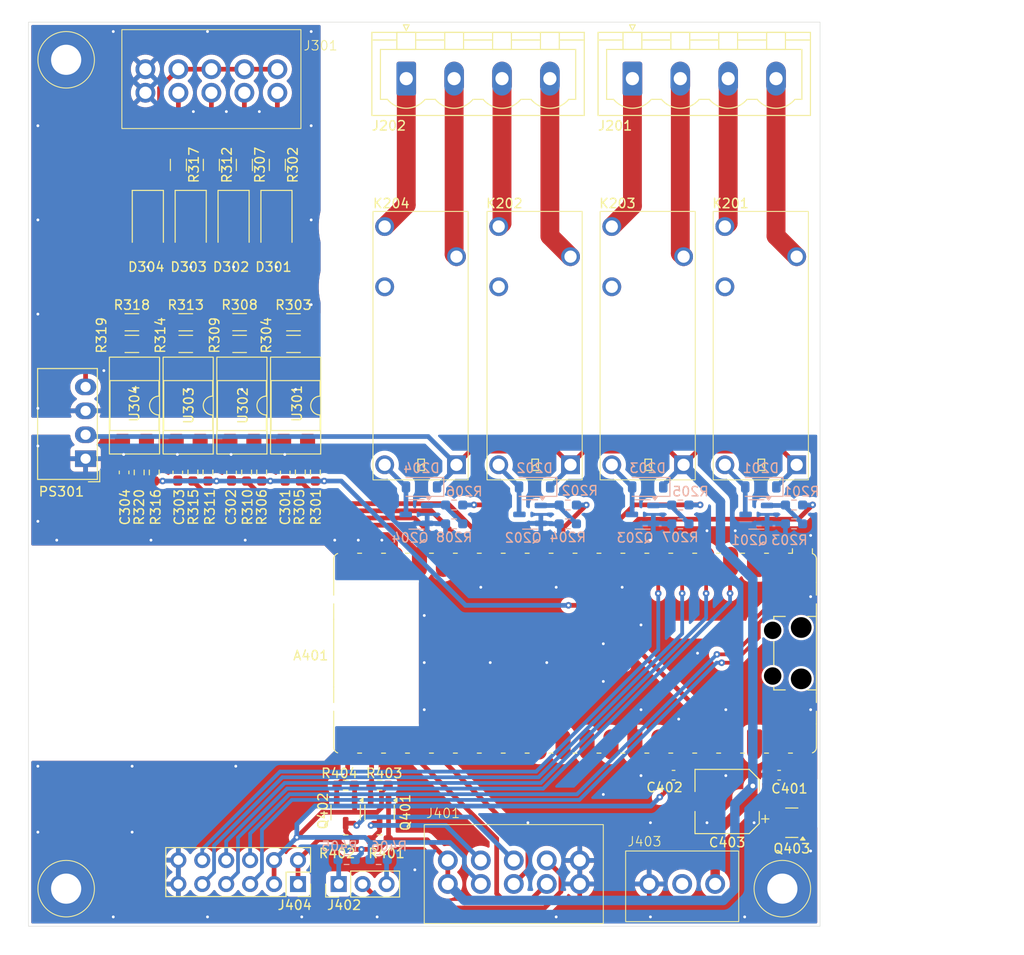
<source format=kicad_pcb>
(kicad_pcb (version 20241229) (generator "pcbnew") (generator_version "9.0")
  (layers (0 "F.Cu" signal) (2 "B.Cu" signal) (13 "F.Paste" user) (15 "B.Paste" user) (5 "F.SilkS" user "F.Silkscreen") (7 "B.SilkS" user "B.Silkscreen") (1 "F.Mask" user) (3 "B.Mask" user) (25 "Edge.Cuts" user))
  (net 0 "")
  (net 1 "GND")
  (net 2 "+3V3")
  (net 4 "Net-(A401-VBUS)")
  (net 5 "/Controller/IN3_CPU")
  (net 8 "/Controller/SDA")
  (net 9 "/Controller/REL4")
  (net 13 "/Controller/REL1")
  (net 14 "/Controller/REL2")
  (net 15 "+5V")
  (net 16 "/Controller/IN4_CPU")
  (net 20 "/Controller/SPI_MOSI")
  (net 22 "/Controller/IN2_CPU")
  (net 23 "/Controller/SPI_SCK")
  (net 24 "/Controller/SCL")
  (net 26 "/Controller/IN1_CPU")
  (net 27 "/Controller/REL3")
  (net 28 "Net-(D201-A)")
  (net 29 "Net-(D202-A)")
  (net 30 "Net-(D203-A)")
  (net 31 "Net-(D204-A)")
  (net 32 "Net-(D301-A1)")
  (net 33 "Net-(D302-A1)")
  (net 34 "Net-(D303-A1)")
  (net 35 "Net-(D304-A1)")
  (net 36 "/Inputs/IN4")
  (net 37 "/Inputs/IN2")
  (net 38 "/Inputs/IN1")
  (net 39 "/Inputs/IN3")
  (net 40 "Net-(J201-Pin_2)")
  (net 41 "Net-(J201-Pin_1)")
  (net 42 "Net-(J201-Pin_3)")
  (net 43 "Net-(J201-Pin_4)")
  (net 44 "Net-(J202-Pin_1)")
  (net 45 "Net-(J202-Pin_3)")
  (net 46 "Net-(J202-Pin_2)")
  (net 47 "Net-(J202-Pin_4)")
  (net 48 "Net-(J402-Pin_1)")
  (net 49 "/Controller/SCL_5V")
  (net 50 "/Controller/OneWire")
  (net 51 "/Controller/SDA_5V")
  (net 52 "Net-(J402-Pin_3)")
  (net 54 "Net-(Q201-B)")
  (net 55 "Net-(Q202-B)")
  (net 56 "Net-(Q203-B)")
  (net 57 "Net-(Q204-B)")
  (net 58 "Net-(R316-Pad1)")
  (net 59 "Net-(R318-Pad2)")
  (net 60 "Net-(R319-Pad2)")
  (net 61 "Net-(R301-Pad1)")
  (net 62 "Net-(R303-Pad2)")
  (net 63 "Net-(R304-Pad2)")
  (net 64 "Net-(R306-Pad1)")
  (net 65 "Net-(R308-Pad2)")
  (net 66 "Net-(R309-Pad2)")
  (net 67 "Net-(R311-Pad1)")
  (net 68 "Net-(R313-Pad2)")
  (net 69 "Net-(R314-Pad2)")
  (net 74 "/Controller/GPIO5")
  (net 75 "/Controller/GPIO0")
  (net 76 "/Controller/GPIO1")
  (net 77 "/Controller/GPIO2")
  (net 78 "/Controller/GPIO3")
  (net 79 "/Controller/GPIO4")
  (net 80 "Net-(A401-VSYS)")
  (net 81 "GND_EXT")
  (net 82 "+5V_EXT")
  (footprint "Resistor_SMD:R_0603_1608Metric_Pad0.98x0.95mm_HandSolder" (layer "F.Cu") (at 120.149 107.811 -90)
    (property "Reference" "R310" (at 3.689 -0.101 90) (layer "F.SilkS"))
    (property "Value" "1k")
    (pad "1" smd roundrect (at -0.9125 0 270) (size 0.975 0.95) (layers "F.Cu" "F.Mask" "F.Paste") (net 64 "Net-(R306-Pad1)"))
    (pad "2" smd roundrect (at 0.9125 0 270) (size 0.975 0.95) (layers "F.Cu" "F.Mask" "F.Paste") (net 22 "/Controller/IN2_CPU"))
  )
  (footprint "Connector_Phoenix_MSTB:PhoenixContact_MSTBVA_2,5_4-G-5,08_1x04_P5.08mm_Vertical" (layer "F.Cu") (at 161.09 66)
    (property "Reference" "J201" (at -1.84 5 0) (layer "F.SilkS"))
    (property "Value" "Conn_01x04_Pin")
    (pad "1" thru_hole roundrect (at 0 0) (size 2.08 3.6) (drill 1.4) (layers "*.Cu" "*.Mask") (roundrect_rratio 0.120192) (net 41 "Net-(J201-Pin_1)"))
    (pad "2" thru_hole oval (at 5.08 0) (size 2.08 3.6) (drill 1.4) (layers "*.Cu" "*.Mask") (net 40 "Net-(J201-Pin_2)"))
    (pad "3" thru_hole oval (at 10.16 0) (size 2.08 3.6) (drill 1.4) (layers "*.Cu" "*.Mask") (net 42 "Net-(J201-Pin_3)"))
    (pad "4" thru_hole oval (at 15.24 0) (size 2.08 3.6) (drill 1.4) (layers "*.Cu" "*.Mask") (net 43 "Net-(J201-Pin_4)"))
  )
  (footprint "Library:Relay_SPDT_Hongfa_HF118F" (layer "F.Cu") (at 142.42 107 180)
    (property "Reference" "K204" (at 6.92 27.75 180) (layer "F.SilkS"))
    (property "Value" "Relay_SPDT")
    (pad "11" thru_hole circle (at 0 22.1 180) (size 2 2) (drill 1.3) (layers "*.Cu" "*.Mask") (net 46 "Net-(J202-Pin_2)"))
    (pad "12" thru_hole circle (at 7.62 18.9 180) (size 2 2) (drill 1.3) (layers "*.Cu" "*.Mask"))
    (pad "14" thru_hole circle (at 7.62 25.3 180) (size 2 2) (drill 1.3) (layers "*.Cu" "*.Mask") (net 44 "Net-(J202-Pin_1)"))
    (pad "A1" thru_hole rect (at 0 0 180) (size 2 2) (drill 1.3) (layers "*.Cu" "*.Mask") (net 15 "+5V"))
    (pad "A2" thru_hole circle (at 7.62 0 180) (size 2 2) (drill 1.3) (layers "*.Cu" "*.Mask") (net 31 "Net-(D204-A)"))
  )
  (footprint "Diode_SMD:D_SMA" (layer "F.Cu") (at 123.317 81.375001 -90)
    (property "Reference" "D301" (at 4.624999 0.317 180) (layer "F.SilkS"))
    (property "Value" "SMAJ33A")
    (pad "1" smd roundrect (at -2.000001 0 270) (size 2.5 1.8) (layers "F.Cu" "F.Mask" "F.Paste") (roundrect_rratio 0.1388888889) (net 32 "Net-(D301-A1)"))
    (pad "2" smd roundrect (at 2.000001 0 270) (size 2.5 1.8) (layers "F.Cu" "F.Mask" "F.Paste") (roundrect_rratio 0.1388888889) (net 81 "GND_EXT"))
  )
  (footprint "Library:Relay_SPDT_Hongfa_HF118F" (layer "F.Cu") (at 166.52 107 180)
    (property "Reference" "K203" (at 7.02 27.75 180) (layer "F.SilkS"))
    (property "Value" "Relay_SPDT")
    (pad "11" thru_hole circle (at 0 22.1 180) (size 2 2) (drill 1.3) (layers "*.Cu" "*.Mask") (net 40 "Net-(J201-Pin_2)"))
    (pad "12" thru_hole circle (at 7.62 18.9 180) (size 2 2) (drill 1.3) (layers "*.Cu" "*.Mask"))
    (pad "14" thru_hole circle (at 7.62 25.3 180) (size 2 2) (drill 1.3) (layers "*.Cu" "*.Mask") (net 41 "Net-(J201-Pin_1)"))
    (pad "A1" thru_hole rect (at 0 0 180) (size 2 2) (drill 1.3) (layers "*.Cu" "*.Mask") (net 15 "+5V"))
    (pad "A2" thru_hole circle (at 7.62 0 180) (size 2 2) (drill 1.3) (layers "*.Cu" "*.Mask") (net 30 "Net-(D203-A)"))
  )
  (footprint "Resistor_SMD:R_0603_1608Metric_Pad0.98x0.95mm_HandSolder" (layer "F.Cu") (at 110.349 107.811 -90)
    (property "Reference" "R316" (at 3.689 -0.151 90) (layer "F.SilkS"))
    (property "Value" "10k")
    (pad "1" smd roundrect (at -0.9125 0 270) (size 0.975 0.95) (layers "F.Cu" "F.Mask" "F.Paste") (net 58 "Net-(R316-Pad1)"))
    (pad "2" smd roundrect (at 0.9125 0 270) (size 0.975 0.95) (layers "F.Cu" "F.Mask" "F.Paste") (net 2 "+3V3"))
  )
  (footprint "Resistor_SMD:R_1206_3216Metric_Pad1.30x1.75mm_HandSolder" (layer "F.Cu") (at 107.975999 94.167)
    (property "Reference" "R319" (at -3.225999 -0.917 90) (layer "F.SilkS"))
    (property "Value" "1k")
    (pad "1" smd roundrect (at -1.550001 0) (size 1.3 1.75) (layers "F.Cu" "F.Mask" "F.Paste") (roundrect_rratio 0.192308) (net 59 "Net-(R318-Pad2)"))
    (pad "2" smd roundrect (at 1.550001 0) (size 1.3 1.75) (layers "F.Cu" "F.Mask" "F.Paste") (roundrect_rratio 0.192308) (net 60 "Net-(R319-Pad2)"))
  )
  (footprint "Resistor_SMD:R_1206_3216Metric_Pad1.30x1.75mm_HandSolder" (layer "F.Cu") (at 125.121 91.867)
    (property "Reference" "R303" (at 0 -1.829999 0) (layer "F.SilkS"))
    (property "Value" "1k")
    (pad "1" smd roundrect (at -1.550001 0) (size 1.3 1.75) (layers "F.Cu" "F.Mask" "F.Paste") (roundrect_rratio 0.192308) (net 32 "Net-(D301-A1)"))
    (pad "2" smd roundrect (at 1.550001 0) (size 1.3 1.75) (layers "F.Cu" "F.Mask" "F.Paste") (roundrect_rratio 0.192308) (net 62 "Net-(R303-Pad2)"))
  )
  (footprint "Resistor_SMD:R_0603_1608Metric_Pad0.98x0.95mm_HandSolder" (layer "F.Cu") (at 116.049 107.811 -90)
    (property "Reference" "R311" (at 3.689 -0.201 90) (layer "F.SilkS"))
    (property "Value" "10k")
    (pad "1" smd roundrect (at -0.9125 0 270) (size 0.975 0.95) (layers "F.Cu" "F.Mask" "F.Paste") (net 67 "Net-(R311-Pad1)"))
    (pad "2" smd roundrect (at 0.9125 0 270) (size 0.975 0.95) (layers "F.Cu" "F.Mask" "F.Paste") (net 2 "+3V3"))
  )
  (footprint "Resistor_SMD:R_0603_1608Metric_Pad0.98x0.95mm_HandSolder" (layer "F.Cu") (at 114.449 107.811 -90)
    (property "Reference" "R315" (at 3.689 -0.051 90) (layer "F.SilkS"))
    (property "Value" "1k")
    (pad "1" smd roundrect (at -0.9125 0 270) (size 0.975 0.95) (layers "F.Cu" "F.Mask" "F.Paste") (net 67 "Net-(R311-Pad1)"))
    (pad "2" smd roundrect (at 0.9125 0 270) (size 0.975 0.95) (layers "F.Cu" "F.Mask" "F.Paste") (net 5 "/Controller/IN3_CPU"))
  )
  (footprint "Resistor_SMD:R_0603_1608Metric_Pad0.98x0.95mm_HandSolder" (layer "F.Cu") (at 121.749 107.811 -90)
    (property "Reference" "R306" (at 3.689 -0.001 90) (layer "F.SilkS"))
    (property "Value" "10k")
    (pad "1" smd roundrect (at -0.9125 0 270) (size 0.975 0.95) (layers "F.Cu" "F.Mask" "F.Paste") (net 64 "Net-(R306-Pad1)"))
    (pad "2" smd roundrect (at 0.9125 0 270) (size 0.975 0.95) (layers "F.Cu" "F.Mask" "F.Paste") (net 2 "+3V3"))
  )
  (footprint "Resistor_SMD:R_MiniMELF_MMA-0204" (layer "F.Cu") (at 112.909999 75.16 -90)
    (property "Reference" "R317" (at 0 -1.65 90) (layer "F.SilkS"))
    (property "Value" "100")
    (pad "1" smd rect (at -1.5 0 270) (size 1.5 1.8) (layers "F.Cu" "F.Mask" "F.Paste") (net 36 "/Inputs/IN4"))
    (pad "2" smd rect (at 1.5 0 270) (size 1.5 1.8) (layers "F.Cu" "F.Mask" "F.Paste") (net 35 "Net-(D304-A1)"))
  )
  (footprint "Resistor_SMD:R_0603_1608Metric_Pad0.98x0.95mm_HandSolder" (layer "F.Cu") (at 108.749 107.811 -90)
    (property "Reference" "R320" (at 3.689 -0.001 90) (layer "F.SilkS"))
    (property "Value" "1k")
    (pad "1" smd roundrect (at -0.9125 0 270) (size 0.975 0.95) (layers "F.Cu" "F.Mask" "F.Paste") (net 58 "Net-(R316-Pad1)"))
    (pad "2" smd roundrect (at 0.9125 0 270) (size 0.975 0.95) (layers "F.Cu" "F.Mask" "F.Paste") (net 16 "/Controller/IN4_CPU"))
  )
  (footprint "Resistor_SMD:R_0603_1608Metric_Pad0.98x0.95mm_HandSolder" (layer "F.Cu") (at 130.661001 141.011)
    (property "Reference" "R404" (at -0.661001 -1.261 0) (layer "F.SilkS"))
    (property "Value" "4k7")
    (pad "1" smd roundrect (at -0.9125 0) (size 0.975 0.95) (layers "F.Cu" "F.Mask" "F.Paste") (net 8 "/Controller/SDA"))
    (pad "2" smd roundrect (at 0.9125 0) (size 0.975 0.95) (layers "F.Cu" "F.Mask" "F.Paste") (net 2 "+3V3"))
  )
  (footprint "Resistor_SMD:R_1206_3216Metric_Pad1.30x1.75mm_HandSolder" (layer "F.Cu") (at 113.690999 91.867001)
    (property "Reference" "R313" (at 0 -1.829999 0) (layer "F.SilkS"))
    (property "Value" "1k")
    (pad "1" smd roundrect (at -1.550001 0) (size 1.3 1.75) (layers "F.Cu" "F.Mask" "F.Paste") (roundrect_rratio 0.192308) (net 34 "Net-(D303-A1)"))
    (pad "2" smd roundrect (at 1.550001 0) (size 1.3 1.75) (layers "F.Cu" "F.Mask" "F.Paste") (roundrect_rratio 0.192308) (net 68 "Net-(R313-Pad2)"))
  )
  (footprint "Connector_PinHeader_2.54mm:PinHeader_1x03_P2.54mm_Vertical" (layer "F.Cu") (at 129.921001 151.511 90)
    (property "Reference" "J402" (at -2.239 0.578999 0) (layer "F.SilkS"))
    (property "Value" "Conn_01x03" (hide yes))
    (pad "1" thru_hole rect (at 0 0 90) (size 1.7 1.7) (drill 1) (layers "*.Cu" "*.Mask") (net 48 "Net-(J402-Pin_1)"))
    (pad "2" thru_hole circle (at 0 2.54 90) (size 1.7 1.7) (drill 1) (layers "*.Cu" "*.Mask") (net 50 "/Controller/OneWire"))
    (pad "3" thru_hole circle (at 0 5.079999 90) (size 1.7 1.7) (drill 1) (layers "*.Cu" "*.Mask") (net 52 "Net-(J402-Pin_3)"))
  )
  (footprint "Library:Weidmüller_S2L_1x03_3.50mm" (layer "F.Cu") (at 162.87 151.499999)
    (property "Reference" "J403" (at -0.5 -4.5 0) (layer "F.SilkS") (effects (font (thickness 0.1))))
    (property "Value" "S2L 3.50/03/180G 3.2SN OR BX")
    (pad "1" thru_hole circle (at 0 0) (size 2.1 2.1) (drill 1.3) (layers "*.Cu" "*.Mask") (net 1 "GND"))
    (pad "2" thru_hole circle (at 3.5 0) (size 2.1 2.1) (drill 1.3) (layers "*.Cu" "*.Mask"))
    (pad "3" thru_hole circle (at 6.999999 0) (size 2.1 2.1) (drill 1.3) (layers "*.Cu" "*.Mask") (net 15 "+5V"))
  )
  (footprint "Resistor_SMD:R_1206_3216Metric_Pad1.30x1.75mm_HandSolder" (layer "F.Cu") (at 125.120999 94.167)
    (property "Reference" "R304" (at -2.870999 -0.917 90) (layer "F.SilkS"))
    (property "Value" "1k")
    (pad "1" smd roundrect (at -1.550001 0) (size 1.3 1.75) (layers "F.Cu" "F.Mask" "F.Paste") (roundrect_rratio 0.192308) (net 62 "Net-(R303-Pad2)"))
    (pad "2" smd roundrect (at 1.550001 0) (size 1.3 1.75) (layers "F.Cu" "F.Mask" "F.Paste") (roundrect_rratio 0.192308) (net 63 "Net-(R304-Pad2)"))
  )
  (footprint "Package_TO_SOT_SMD:SOT-23" (layer "F.Cu") (at 178 145 180)
    (property "Reference" "Q403" (at 0 -2.75 0) (layer "F.SilkS"))
    (property "Value" "NX2301P")
    (pad "1" smd roundrect (at -0.9375 -0.95 180) (size 1.475 0.6) (layers "F.Cu" "F.Mask" "F.Paste") (net 4 "Net-(A401-VBUS)"))
    (pad "2" smd roundrect (at -0.9375 0.95 180) (size 1.475 0.6) (layers "F.Cu" "F.Mask" "F.Paste") (net 80 "Net-(A401-VSYS)"))
    (pad "3" smd roundrect (at 0.937501 0 180) (size 1.475 0.6) (layers "F.Cu" "F.Mask" "F.Paste") (net 15 "+5V"))
  )
  (footprint "Connector_PinSocket_2.54mm:PinSocket_2x06_P2.54mm_Vertical" (layer "F.Cu") (at 125.603 151.511 -90)
    (property "Reference" "J404" (at 2.239 0.353 180) (layer "F.SilkS"))
    (property "Value" "Conn_02x06_Odd_Even")
    (pad "1" thru_hole rect (at 0 0 270) (size 1.7 1.7) (drill 1) (layers "*.Cu" "*.Mask") (net 15 "+5V"))
    (pad "2" thru_hole circle (at -2.54 0 270) (size 1.7 1.7) (drill 1) (layers "*.Cu" "*.Mask") (net 15 "+5V"))
    (pad "3" thru_hole circle (at 0 2.54 270) (size 1.7 1.7) (drill 1) (layers "*.Cu" "*.Mask") (net 2 "+3V3"))
    (pad "4" thru_hole circle (at -2.54 2.54 270) (size 1.7 1.7) (drill 1) (layers "*.Cu" "*.Mask") (net 2 "+3V3"))
    (pad "5" thru_hole circle (at 0 5.079999 270) (size 1.7 1.7) (drill 1) (layers "*.Cu" "*.Mask") (net 75 "/Controller/GPIO0"))
    (pad "6" thru_hole circle (at -2.54 5.08 270) (size 1.7 1.7) (drill 1) (layers "*.Cu" "*.Mask") (net 76 "/Controller/GPIO1"))
    (pad "7" thru_hole circle (at 0 7.62 270) (size 1.7 1.7) (drill 1) (layers "*.Cu" "*.Mask") (net 77 "/Controller/GPIO2"))
    (pad "8" thru_hole circle (at -2.54 7.62 270) (size 1.7 1.7) (drill 1) (layers "*.Cu" "*.Mask") (net 78 "/Controller/GPIO3"))
    (pad "9" thru_hole circle (at 0 10.16 270) (size 1.7 1.7) (drill 1) (layers "*.Cu" "*.Mask") (net 79 "/Controller/GPIO4"))
    (pad "10" thru_hole circle (at -2.54 10.16 270) (size 1.7 1.7) (drill 1) (layers "*.Cu" "*.Mask") (net 74 "/Controller/GPIO5"))
    (pad "11" thru_hole circle (at 0 12.7 270) (size 1.7 1.7) (drill 1) (layers "*.Cu" "*.Mask") (net 1 "GND"))
    (pad "12" thru_hole circle (at -2.54 12.7 270) (size 1.7 1.7) (drill 1) (layers "*.Cu" "*.Mask") (net 1 "GND"))
  )
  (footprint "Capacitor_SMD:CP_Elec_6.3x5.9" (layer "F.Cu") (at 171.14 142.748 180)
    (property "Reference" "C403" (at 0 -4.349999 0) (layer "F.SilkS"))
    (property "Value" "330u")
    (pad "1" smd roundrect (at -2.8 0 180) (size 3.5 1.6) (layers "F.Cu" "F.Mask" "F.Paste") (roundrect_rratio 0.15625) (net 15 "+5V"))
    (pad "2" smd roundrect (at 2.8 0 180) (size 3.5 1.6) (layers "F.Cu" "F.Mask" "F.Paste") (roundrect_rratio 0.15625) (net 1 "GND"))
  )
  (footprint "Library:Relay_SPDT_Hongfa_HF118F" (layer "F.Cu") (at 178.52 107 180)
    (property "Reference" "K201" (at 7.02 27.75 180) (layer "F.SilkS"))
    (property "Value" "Relay_SPDT")
    (pad "11" thru_hole circle (at 0 22.1 180) (size 2 2) (drill 1.3) (layers "*.Cu" "*.Mask") (net 43 "Net-(J201-Pin_4)"))
    (pad "12" thru_hole circle (at 7.62 18.9 180) (size 2 2) (drill 1.3) (layers "*.Cu" "*.Mask"))
    (pad "14" thru_hole circle (at 7.62 25.3 180) (size 2 2) (drill 1.3) (layers "*.Cu" "*.Mask") (net 42 "Net-(J201-Pin_3)"))
    (pad "A1" thru_hole rect (at 0 0 180) (size 2 2) (drill 1.3) (layers "*.Cu" "*.Mask") (net 15 "+5V"))
    (pad "A2" thru_hole circle (at 7.62 0 180) (size 2 2) (drill 1.3) (layers "*.Cu" "*.Mask") (net 28 "Net-(D201-A)"))
  )
  (footprint "Resistor_SMD:R_1206_3216Metric_Pad1.30x1.75mm_HandSolder" (layer "F.Cu") (at 113.690999 94.167)
    (property "Reference" "R314" (at -2.690999 -0.917 90) (layer "F.SilkS"))
    (property "Value" "1k")
    (pad "1" smd roundrect (at -1.550001 0) (size 1.3 1.75) (layers "F.Cu" "F.Mask" "F.Paste") (roundrect_rratio 0.192308) (net 68 "Net-(R313-Pad2)"))
    (pad "2" smd roundrect (at 1.550001 0) (size 1.3 1.75) (layers "F.Cu" "F.Mask" "F.Paste") (roundrect_rratio 0.192308) (net 69 "Net-(R314-Pad2)"))
  )
  (footprint "Resistor_SMD:R_0603_1608Metric_Pad0.98x0.95mm_HandSolder" (layer "F.Cu") (at 125.849 107.811 -90)
    (property "Reference" "R305" (at 3.689 0.099 90) (layer "F.SilkS"))
    (property "Value" "1k")
    (pad "1" smd roundrect (at -0.9125 0 270) (size 0.975 0.95) (layers "F.Cu" "F.Mask" "F.Paste") (net 61 "Net-(R301-Pad1)"))
    (pad "2" smd roundrect (at 0.9125 0 270) (size 0.975 0.95) (layers "F.Cu" "F.Mask" "F.Paste") (net 26 "/Controller/IN1_CPU"))
  )
  (footprint "Converter_DCDC:Converter_DCDC_Murata_MEE1SxxxxSC_THT" (layer "F.Cu") (at 103.0615 106.3505 180)
    (property "Reference" "PS301" (at 2.5615 -3.5 0) (layer "F.SilkS"))
    (property "Value" "MEE1S0505SC")
    (pad "1" thru_hole rect (at 0 0 90) (size 1.75 2.25) (drill 1.075) (layers "*.Cu" "*.Mask") (net 1 "GND"))
    (pad "2" thru_hole oval (at 0 2.54 90) (size 1.75 2.25) (drill 1.075) (layers "*.Cu" "*.Mask") (net 15 "+5V"))
    (pad "3" thru_hole oval (at 0 5.079999 90) (size 1.75 2.25) (drill 1.075) (layers "*.Cu" "*.Mask") (net 81 "GND_EXT"))
    (pad "4" thru_hole oval (at 0 7.62 90) (size 1.75 2.25) (drill 1.075) (layers "*.Cu" "*.Mask") (net 82 "+5V_EXT"))
  )
  (footprint "Resistor_SMD:R_0603_1608Metric_Pad0.98x0.95mm_HandSolder" (layer "F.Cu") (at 127.449 107.811 -90)
    (property "Reference" "R301" (at 3.689 -0.051 90) (layer "F.SilkS"))
    (property "Value" "10k")
    (pad "1" smd roundrect (at -0.9125 0 270) (size 0.975 0.95) (layers "F.Cu" "F.Mask" "F.Paste") (net 61 "Net-(R301-Pad1)"))
    (pad "2" smd roundrect (at 0.9125 0 270) (size 0.975 0.95) (layers "F.Cu" "F.Mask" "F.Paste") (net 2 "+3V3"))
  )
  (footprint "Module:RaspberryPi_Pico_Common_SMD" (layer "F.Cu") (at 155 127 -90)
    (property "Reference" "A401" (at 0.25 30 0) (layer "F.SilkS") (effects (justify left)))
    (property "Value" "RaspberryPi_Pico_W")
    (pad "" smd rect (at -8.89 -24.13 270) (size 3.8 2.2) (drill (offset -0.8 0)) (layers "F.Paste"))
    (pad "" smd rect (at -8.89 -21.59 270) (size 3.8 2.2) (drill (offset -0.8 0)) (layers "F.Paste"))
    (pad "" smd rect (at -8.89 -19.05 270) (size 3.8 2.2) (drill (offset -0.8 0)) (layers "F.Paste"))
    (pad "" smd rect (at -8.89 -16.51 270) (size 3.8 2.2) (drill (offset -0.8 0)) (layers "F.Paste"))
    (pad "" smd rect (at -8.89 -13.97 270) (size 3.8 2.2) (drill (offset -0.8 0)) (layers "F.Paste"))
    (pad "" smd rect (at -8.89 -11.43 270) (size 3.8 2.2) (drill (offset -0.8 0)) (layers "F.Paste"))
    (pad "" smd rect (at -8.89 -8.89 270) (size 3.8 2.2) (drill (offset -0.8 0)) (layers "F.Paste"))
    (pad "" smd rect (at -8.89 -6.35 270) (size 3.8 2.2) (drill (offset -0.8 0)) (layers "F.Paste"))
    (pad "" smd rect (at -8.89 -3.81 270) (size 3.8 2.2) (drill (offset -0.8 0)) (layers "F.Paste"))
    (pad "" smd rect (at -8.89 -1.27 270) (size 3.8 2.2) (drill (offset -0.8 0)) (layers "F.Paste"))
    (pad "" smd rect (at -8.89 1.27 270) (size 3.8 2.2) (drill (offset -0.8 0)) (layers "F.Paste"))
    (pad "" smd rect (at -8.89 3.81 270) (size 3.8 2.2) (drill (offset -0.8 0)) (layers "F.Paste"))
    (pad "" smd rect (at -8.89 6.35 270) (size 3.8 2.2) (drill (offset -0.8 0)) (layers "F.Paste"))
    (pad "" smd rect (at -8.89 8.89 270) (size 3.8 2.2) (drill (offset -0.8 0)) (layers "F.Paste"))
    (pad "" smd rect (at -8.89 11.43 270) (size 3.8 2.2) (drill (offset -0.8 0)) (layers "F.Paste"))
    (pad "" smd rect (at -8.89 13.97 270) (size 3.8 2.2) (drill (offset -0.8 0)) (layers "F.Paste"))
    (pad "" smd rect (at -8.89 16.51 270) (size 3.8 2.2) (drill (offset -0.8 0)) (layers "F.Paste"))
    (pad "" smd rect (at -8.89 19.05 270) (size 3.8 2.2) (drill (offset -0.8 0)) (layers "F.Paste"))
    (pad "" smd rect (at -8.89 21.59 270) (size 3.8 2.2) (drill (offset -0.8 0)) (layers "F.Paste"))
    (pad "" smd rect (at -8.89 24.13 270) (size 3.8 2.2) (drill (offset -0.8 0)) (layers "F.Paste"))
    (pad "" np_thru_hole circle (at -2.725 -24 270) (size 2.2 2.2) (drill 2.2) (layers "*.Mask"))
    (pad "" np_thru_hole circle (at -2.425 -20.97 270) (size 1.85 1.85) (drill 1.85) (layers "*.Mask"))
    (pad "" np_thru_hole circle (at 2.425 -20.97 270) (size 1.85 1.85) (drill 1.85) (layers "*.Mask"))
    (pad "" np_thru_hole circle (at 2.725 -24 270) (size 2.2 2.2) (drill 2.2) (layers "*.Mask"))
    (pad "" smd rect (at 8.89 -24.13 270) (size 3.8 2.2) (drill (offset 0.8 0)) (layers "F.Paste"))
    (pad "" smd rect (at 8.89 -21.59 270) (size 3.8 2.2) (drill (offset 0.8 0)) (layers "F.Paste"))
    (pad "" smd rect (at 8.89 -19.05 270) (size 3.8 2.2) (drill (offset 0.8 0)) (layers "F.Paste"))
    (pad "" smd rect (at 8.89 -16.51 270) (size 3.8 2.2) (drill (offset 0.8 0)) (layers "F.Paste"))
    (pad "" smd rect (at 8.89 -13.97 270) (size 3.8 2.2) (drill (offset 0.8 0)) (layers "F.Paste"))
    (pad "" smd rect (at 8.89 -11.43 270) (size 3.8 2.2) (drill (offset 0.8 0)) (layers "F.Paste"))
    (pad "" smd rect (at 8.89 -8.89 270) (size 3.8 2.2) (drill (offset 0.8 0)) (layers "F.Paste"))
    (pad "" smd rect (at 8.89 -6.35 270) (size 3.8 2.2) (drill (offset 0.8 0)) (layers "F.Paste"))
    (pad "" smd rect (at 8.89 -3.81 270) (size 3.8 2.2) (drill (offset 0.8 0)) (layers "F.Paste"))
    (pad "" smd rect (at 8.89 -1.27 270) (size 3.8 2.2) (drill (offset 0.8 0)) (layers "F.Paste"))
    (pad "" smd rect (at 8.89 1.27 270) (size 3.8 2.2) (drill (offset 0.8 0)) (layers "F.Paste"))
    (pad "" smd rect (at 8.89 3.81 270) (size 3.8 2.2) (drill (offset 0.8 0)) (layers "F.Paste"))
    (pad "" smd rect (at 8.89 6.35 270) (size 3.8 2.2) (drill (offset 0.8 0)) (layers "F.Paste"))
    (pad "" smd rect (at 8.89 8.89 270) (size 3.8 2.2) (drill (offset 0.8 0)) (layers "F.Paste"))
    (pad "" smd rect (at 8.89 11.43 270) (size 3.8 2.2) (drill (offset 0.8 0)) (layers "F.Paste"))
    (pad "" smd rect (at 8.89 13.97 270) (size 3.8 2.2) (drill (offset 0.8 0)) (layers "F.Paste"))
    (pad "" smd rect (at 8.89 16.51 270) (size 3.8 2.2) (drill (offset 0.8 0)) (layers "F.Paste"))
    (pad "" smd rect (at 8.89 19.05 270) (size 3.8 2.2) (drill (offset 0.8 0)) (layers "F.Paste"))
    (pad "" smd rect (at 8.89 21.59 270) (size 3.8 2.2) (drill (offset 0.8 0)) (layers "F.Paste"))
    (pad "" smd rect (at 8.89 24.13 270) (size 3.8 2.2) (drill (offset 0.8 0)) (layers "F.Paste"))
    (pad "1" smd custom (at -9.69 -24.13 270) (size 1.6 0.8) (layers "F.Cu" "F.Mask") (net 75 "/Controller/GPIO0") (options (clearance outline) (anchor rect)) (primitives (gr_circle (center 0.8 0) (end 1.6 0) (width 0) (fill yes)) (gr_poly (pts (xy -1.6 -0.6) (xy -1.6 0.6) (xy -1.4 0.8) (xy 0.8 0.8) (xy 0.8 -0.8) (xy -1.4 -0.8)) (width 0) (fill yes)) (gr_circle (center -1.4 -0.6) (end -1.2 -0.6) (width 0) (fill yes)) (gr_circle (center -1.4 0.6) (end -1.2 0.6) (width 0) (fill yes))))
    (pad "2" smd roundrect (at -9.69 -21.59 270) (size 3.2 1.6) (layers "F.Cu" "F.Mask") (roundrect_rratio 0.5) (net 76 "/Controller/GPIO1"))
    (pad "3" smd custom (at -9.69 -19.05 270) (size 1.6 0.8) (layers "F.Cu" "F.Mask") (net 1 "GND") (options (clearance outline) (anchor rect)) (primitives (gr_circle (center -0.8 0) (end 0 0) (width 0) (fill yes)) (gr_poly (pts (xy 1.6 -0.6) (xy 1.6 0.6) (xy 1.4 0.8) (xy -0.8 0.8) (xy -0.8 -0.8) (xy 1.4 -0.8)) (width 0) (fill yes)) (gr_circle (center 1.4 -0.6) (end 1.6 -0.6) (width 0) (fill yes)) (gr_circle (center 1.4 0.6) (end 1.6 0.6) (width 0) (fill yes))))
    (pad "4" smd roundrect (at -9.69 -16.51 270) (size 3.2 1.6) (layers "F.Cu" "F.Mask") (roundrect_rratio 0.5) (net 77 "/Controller/GPIO2"))
    (pad "5" smd roundrect (at -9.69 -13.97 270) (size 3.2 1.6) (layers "F.Cu" "F.Mask") (roundrect_rratio 0.5) (net 78 "/Controller/GPIO3"))
    (pad "6" smd roundrect (at -9.69 -11.43 270) (size 3.2 1.6) (layers "F.Cu" "F.Mask") (roundrect_rratio 0.5) (net 79 "/Controller/GPIO4"))
    (pad "7" smd roundrect (at -9.69 -8.89 270) (size 3.2 1.6) (layers "F.Cu" "F.Mask") (roundrect_rratio 0.5) (net 74 "/Controller/GPIO5"))
    (pad "8" smd custom (at -9.69 -6.35 270) (size 1.6 0.8) (layers "F.Cu" "F.Mask") (net 1 "GND") (options (clearance outline) (anchor rect)) (primitives (gr_circle (center -0.8 0) (end 0 0) (width 0) (fill yes)) (gr_poly (pts (xy 1.6 -0.6) (xy 1.6 0.6) (xy 1.4 0.8) (xy -0.8 0.8) (xy -0.8 -0.8) (xy 1.4 -0.8)) (width 0) (fill yes)) (gr_circle (center 1.4 -0.6) (end 1.6 -0.6) (width 0) (fill yes)) (gr_circle (center 1.4 0.6) (end 1.6 0.6) (width 0) (fill yes))))
    (pad "9" smd roundrect (at -9.69 -3.81 270) (size 3.2 1.6) (layers "F.Cu" "F.Mask") (roundrect_rratio 0.5) (net 13 "/Controller/REL1"))
    (pad "10" smd roundrect (at -9.69 -1.27 270) (size 3.2 1.6) (layers "F.Cu" "F.Mask") (roundrect_rratio 0.5) (net 14 "/Controller/REL2"))
    (pad "11" smd roundrect (at -9.69 1.27 270) (size 3.2 1.6) (layers "F.Cu" "F.Mask") (roundrect_rratio 0.5) (net 27 "/Controller/REL3"))
    (pad "12" smd roundrect (at -9.69 3.81 270) (size 3.2 1.6) (layers "F.Cu" "F.Mask") (roundrect_rratio 0.5) (net 9 "/Controller/REL4"))
    (pad "13" smd custom (at -9.69 6.35 270) (size 1.6 0.8) (layers "F.Cu" "F.Mask") (net 1 "GND") (options (clearance outline) (anchor rect)) (primitives (gr_circle (center -0.8 0) (end 0 0) (width 0) (fill yes)) (gr_poly (pts (xy 1.6 -0.6) (xy 1.6 0.6) (xy 1.4 0.8) (xy -0.8 0.8) (xy -0.8 -0.8) (xy 1.4 -0.8)) (width 0) (fill yes)) (gr_circle (center 1.4 -0.6) (end 1.6 -0.6) (width 0) (fill yes)) (gr_circle (center 1.4 0.6) (end 1.6 0.6) (width 0) (fill yes))))
    (pad "14" smd roundrect (at -9.69 8.89 270) (size 3.2 1.6) (layers "F.Cu" "F.Mask") (roundrect_rratio 0.5) (net 26 "/Controller/IN1_CPU"))
    (pad "15" smd roundrect (at -9.69 11.43 270) (size 3.2 1.6) (layers "F.Cu" "F.Mask") (roundrect_rratio 0.5) (net 22 "/Controller/IN2_CPU"))
    (pad "16" smd roundrect (at -9.69 13.97 270) (size 3.2 1.6) (layers "F.Cu" "F.Mask") (roundrect_rratio 0.5) (net 5 "/Controller/IN3_CPU"))
    (pad "17" smd roundrect (at -9.69 16.51 270) (size 3.2 1.6) (layers "F.Cu" "F.Mask") (roundrect_rratio 0.5) (net 16 "/Controller/IN4_CPU"))
    (pad "18" smd custom (at -9.69 19.05 270) (size 1.6 0.8) (layers "F.Cu" "F.Mask") (net 1 "GND") (options (clearance outline) (anchor rect)) (primitives (gr_circle (center -0.8 0) (end 0 0) (width 0) (fill yes)) (gr_poly (pts (xy 1.6 -0.6) (xy 1.6 0.6) (xy 1.4 0.8) (xy -0.8 0.8) (xy -0.8 -0.8) (xy 1.4 -0.8)) (width 0) (fill yes)) (gr_circle (center 1.4 -0.6) (end 1.6 -0.6) (width 0) (fill yes)) (gr_circle (center 1.4 0.6) (end 1.6 0.6) (width 0) (fill yes))))
    (pad "19" smd roundrect (at -9.69 21.59 270) (size 3.2 1.6) (layers "F.Cu" "F.Mask") (roundrect_rratio 0.5))
    (pad "20" smd roundrect (at -9.69 24.13 270) (size 3.2 1.6) (layers "F.Cu" "F.Mask") (roundrect_rratio 0.5))
    (pad "21" smd roundrect (at 9.69 24.13 270) (size 3.2 1.6) (layers "F.Cu" "F.Mask") (roundrect_rratio 0.5) (net 8 "/Controller/SDA"))
    (pad "22" smd roundrect (at 9.69 21.59 270) (size 3.2 1.6) (layers "F.Cu" "F.Mask") (roundrect_rratio 0.5) (net 24 "/Controller/SCL"))
    (pad "23" smd custom (at 9.69 19.05 270) (size 1.6 0.8) (layers "F.Cu" "F.Mask") (net 1 "GND") (options (clearance outline) (anchor rect)) (primitives (gr_circle (center 0.8 0) (end 1.6 0) (width 0) (fill yes)) (gr_poly (pts (xy -1.6 -0.6) (xy -1.6 0.6) (xy -1.4 0.8) (xy 0.8 0.8) (xy 0.8 -0.8) (xy -1.4 -0.8)) (width 0) (fill yes)) (gr_circle (center -1.4 -0.6) (end -1.2 -0.6) (width 0) (fill yes)) (gr_circle (center -1.4 0.6) (end -1.2 0.6) (width 0) (fill yes))))
    (pad "24" smd roundrect (at 9.69 16.51 270) (size 3.2 1.6) (layers "F.Cu" "F.Mask") (roundrect_rratio 0.5) (net 23 "/Controller/SPI_SCK"))
    (pad "25" smd roundrect (at 9.69 13.97 270) (size 3.2 1.6) (layers "F.Cu" "F.Mask") (roundrect_rratio 0.5) (net 20 "/Controller/SPI_MOSI"))
    (pad "26" smd roundrect (at 9.69 11.43 270) (size 3.2 1.6) (layers "F.Cu" "F.Mask") (roundrect_rratio 0.5))
    (pad "27" smd roundrect (at 9.69 8.89 270) (size 3.2 1.6) (layers "F.Cu" "F.Mask") (roundrect_rratio 0.5))
    (pad "28" smd custom (at 9.69 6.35 270) (size 1.6 0.8) (layers "F.Cu" "F.Mask") (net 1 "GND") (options (clearance outline) (anchor rect)) (primitives (gr_circle (center 0.8 0) (end 1.6 0) (width 0) (fill yes)) (gr_poly (pts (xy -1.6 -0.6) (xy -1.6 0.6) (xy -1.4 0.8) (xy 0.8 0.8) (xy 0.8 -0.8) (xy -1.4 -0.8)) (width 0) (fill yes)) (gr_circle (center -1.4 -0.6) (end -1.2 -0.6) (width 0) (fill yes)) (gr_circle (center -1.4 0.6) (end -1.2 0.6) (width 0) (fill yes))))
    (pad "29" smd roundrect (at 9.69 3.81 270) (size 3.2 1.6) (layers "F.Cu" "F.Mask") (roundrect_rratio 0.5))
    (pad "30" smd roundrect (at 9.69 1.27 270) (size 3.2 1.6) (layers "F.Cu" "F.Mask") (roundrect_rratio 0.5))
    (pad "31" smd roundrect (at 9.69 -1.27 270) (size 3.2 1.6) (layers "F.Cu" "F.Mask") (roundrect_rratio 0.5))
    (pad "32" smd roundrect (at 9.69 -3.81 270) (size 3.2 1.6) (layers "F.Cu" "F.Mask") (roundrect_rratio 0.5))
    (pad "33" smd custom (at 9.69 -6.35 270) (size 1.6 0.8) (layers "F.Cu" "F.Mask") (net 1 "GND") (options (clearance outline) (anchor rect)) (primitives (gr_circle (center 0.8 0) (end 1.6 0) (width 0) (fill yes)) (gr_poly (pts (xy -1.6 -0.6) (xy -1.6 0.6) (xy -1.4 0.8) (xy 0.8 0.8) (xy 0.8 -0.8) (xy -1.4 -0.8)) (width 0) (fill yes)) (gr_circle (center -1.4 -0.6) (end -1.2 -0.6) (width 0) (fill yes)) (gr_circle (center -1.4 0.6) (end -1.2 0.6) (width 0) (fill yes))))
    (pad "34" smd roundrect (at 9.69 -8.89 270) (size 3.2 1.6) (layers "F.Cu" "F.Mask") (roundrect_rratio 0.5))
    (pad "35" smd roundrect (at 9.69 -11.43 270) (size 3.2 1.6) (layers "F.Cu" "F.Mask") (roundrect_rratio 0.5))
    (pad "36" smd roundrect (at 9.69 -13.97 270) (size 3.2 1.6) (layers "F.Cu" "F.Mask") (roundrect_rratio 0.5) (net 2 "+3V3"))
    (pad "37" smd roundrect (at 9.69 -16.51 270) (size 3.2 1.6) (layers "F.Cu" "F.Mask") (roundrect_rratio 0.5))
    (pad "38" smd custom (at 9.69 -19.05 270) (size 1.6 0.8) (layers "F.Cu" "F.Mask") (net 1 "GND") (options (clearance outline) (anchor rect)) (primitives (gr_circle (center 0.8 0) (end 1.6 0) (width 0) (fill yes)) (gr_poly (pts (xy -1.6 -0.6) (xy -1.6 0.6) (xy -1.4 0.8) (xy 0.8 0.8) (xy 0.8 -0.8) (xy -1.4 -0.8)) (width 0) (fill yes)) (gr_circle (center -1.4 -0.6) (end -1.2 -0.6) (width 0) (fill yes)) (gr_circle (center -1.4 0.6) (end -1.2 0.6) (width 0) (fill yes))))
    (pad "39" smd roundrect (at 9.69 -21.59 270) (size 3.2 1.6) (layers "F.Cu" "F.Mask") (roundrect_rratio 0.5) (net 80 "Net-(A401-VSYS)"))
    (pad "40" smd roundrect (at 9.69 -24.13 270) (size 3.2 1.6) (layers "F.Cu" "F.Mask") (roundrect_rratio 0.5) (net 4 "Net-(A401-VBUS)"))
    (zone (net 0) (net_name "") (layers "F.Cu" "B.Cu" "F.Paste" "B.Paste") (name "Antenna Copper Keep Out") (connect_pads (clearance 0)) (min_thickness 0.254)
      (keepout (tracks not_allowed) (vias not_allowed) (pads not_allowed) (copperpour not_allowed) (footprints allowed))
      (fill (thermal_gap 0.508) (thermal_bridge_width 0.508))
      (polygon (pts (xy 130.010105 124.6) (xy 133.660105 119.9) (xy 138 119.9) (xy 138 134.1) (xy 133.660105 134.1) (xy 130.010105 129.4) (xy 129 129.4) (xy 129 124.6)))
    )
    (zone (net 0) (net_name "") (layers "F.Cu" "F.Paste") (name "Pad Keep Out D1-W") (connect_pads (clearance 0)) (min_thickness 0.25)
      (keepout (tracks not_allowed) (vias not_allowed) (pads not_allowed) (copperpour not_allowed) (footprints allowed))
      (fill (thermal_gap 0.5) (thermal_bridge_width 0.5))
      (polygon (pts (xy 148.3126 128.3715) (xy 148.3126 127.5841) (xy 150.2874 127.5841) (xy 150.2874 128.3715) (xy 150.285478 128.4109) (xy 150.255323 128.483702) (xy 150.199602 128.539423) (xy 150.1268 128.569578) (xy 150.0874 128.5715) (xy 148.5126 128.5715) (xy 148.4732 128.569578) (xy 148.400398 128.539423) (xy 148.344677 128.483702) (xy 148.314522 128.4109)))
    )
    (zone (net 0) (net_name "") (layers "F.Cu" "F.Paste") (name "Pad Keep Out D1-W") (connect_pads (clearance 0)) (min_thickness 0.25)
      (keepout (tracks not_allowed) (vias not_allowed) (pads not_allowed) (copperpour not_allowed) (footprints allowed))
      (fill (thermal_gap 0.5) (thermal_bridge_width 0.5))
      (polygon (pts (xy 150.199602 126.628778) (xy 150.255322 126.684498) (xy 150.285478 126.7573) (xy 150.2874 126.7967) (xy 150.2874 127.5841) (xy 148.3126 127.5841) (xy 148.3126 126.7967) (xy 148.314522 126.7573) (xy 148.344678 126.684498) (xy 148.400398 126.628778) (xy 148.4732 126.598622) (xy 148.5126 126.5967) (xy 150.0874 126.5967) (xy 150.1268 126.598622)))
    )
    (zone (net 0) (net_name "") (layers "F.Cu" "F.Paste") (name "Pad Keep Out TP7") (connect_pads (clearance 0)) (min_thickness 0.25)
      (keepout (tracks not_allowed) (vias not_allowed) (pads not_allowed) (copperpour not_allowed) (footprints allowed))
      (fill (thermal_gap 0.5) (thermal_bridge_width 0.5))
      (polygon (pts (xy 159.05 128) (xy 159.05 128.45) (xy 159.052139 128.515545) (xy 159.086067 128.642167) (xy 159.151612 128.755694) (xy 159.244306 128.848388) (xy 159.357833 128.913933) (xy 159.484455 128.947861) (xy 159.55 128.95) (xy 160.45 128.95) (xy 160.515545 128.947861) (xy 160.642167 128.913933) (xy 160.755694 128.848388) (xy 160.848388 128.755694) (xy 160.913933 128.642167) (xy 160.947861 128.515545) (xy 160.95 128.45) (xy 160.95 128)))
    )
    (zone (net 0) (net_name "") (layers "F.Cu" "F.Paste") (name "Pad Keep Out TP7") (connect_pads (clearance 0)) (min_thickness 0.25)
      (keepout (tracks not_allowed) (vias not_allowed) (pads not_allowed) (copperpour not_allowed) (footprints allowed))
      (fill (thermal_gap 0.5) (thermal_bridge_width 0.5))
      (polygon (pts (xy 160.515545 127.052139) (xy 160.642167 127.086068) (xy 160.755694 127.151612) (xy 160.848388 127.244306) (xy 160.913932 127.357833) (xy 160.947861 127.484455) (xy 160.95 127.55) (xy 160.95 128) (xy 159.05 128) (xy 159.05 127.55) (xy 159.052139 127.484455) (xy 159.086068 127.357833) (xy 159.151612 127.244306) (xy 159.244306 127.151612) (xy 159.357833 127.086068) (xy 159.484455 127.052139) (xy 159.55 127.05) (xy 160.45 127.05)))
    )
    (zone (net 0) (net_name "") (layers "F.Cu" "F.Paste") (name "Pad Keep Out TP6") (connect_pads (clearance 0)) (min_thickness 0.25)
      (keepout (tracks not_allowed) (vias not_allowed) (pads not_allowed) (copperpour not_allowed) (footprints allowed))
      (fill (thermal_gap 0.5) (thermal_bridge_width 0.5))
      (polygon (pts (xy 165.052139 123.984455) (xy 165.086068 123.857833) (xy 165.151612 123.744306) (xy 165.244306 123.651612) (xy 165.357833 123.586068) (xy 165.484455 123.552139) (xy 165.55 123.55) (xy 169.25 123.55) (xy 169.25 125.45) (xy 165.55 125.45) (xy 165.484455 125.447861) (xy 165.357833 125.413932) (xy 165.244306 125.348388) (xy 165.151612 125.255694) (xy 165.086068 125.142167) (xy 165.052139 125.015545) (xy 165.05 124.95) (xy 165.05 124.05)))
    )
    (zone (net 0) (net_name "") (layers "F.Cu" "F.Paste") (name "Pad Keep Out TP4") (connect_pads (clearance 0)) (min_thickness 0.25)
      (keepout (tracks not_allowed) (vias not_allowed) (pads not_allowed) (copperpour not_allowed) (footprints allowed))
      (fill (thermal_gap 0.5) (thermal_bridge_width 0.5))
      (polygon (pts (xy 169.25 125.45) (xy 172.95 125.45) (xy 173.015545 125.447861) (xy 173.142167 125.413933) (xy 173.255694 125.348388) (xy 173.348388 125.255694) (xy 173.413933 125.142167) (xy 173.447861 125.015545) (xy 173.45 124.95) (xy 173.45 124.05) (xy 173.447861 123.984455) (xy 173.413933 123.857833) (xy 173.348388 123.744306) (xy 173.255694 123.651612) (xy 173.142167 123.586067) (xy 173.015545 123.552139) (xy 172.95 123.55) (xy 169.25 123.55)))
    )
    (zone (net 0) (net_name "") (layers "F.Cu" "F.Paste") (name "Pad Keep Out TP1") (connect_pads (clearance 0)) (min_thickness 0.25)
      (keepout (tracks not_allowed) (vias not_allowed) (pads not_allowed) (copperpour not_allowed) (footprints allowed))
      (fill (thermal_gap 0.5) (thermal_bridge_width 0.5))
      (polygon (pts (xy 175.05 127) (xy 175.05 127.45) (xy 175.052139 127.515545) (xy 175.086067 127.642167) (xy 175.151612 127.755694) (xy 175.244306 127.848388) (xy 175.357833 127.913933) (xy 175.484455 127.947861) (xy 175.55 127.95) (xy 176.45 127.95) (xy 176.515545 127.947861) (xy 176.642167 127.913933) (xy 176.755694 127.848388) (xy 176.848388 127.755694) (xy 176.913933 127.642167) (xy 176.947861 127.515545) (xy 176.95 127.45) (xy 176.95 127)))
    )
    (zone (net 0) (net_name "") (layers "F.Cu" "F.Paste") (name "Pad Keep Out TP1") (connect_pads (clearance 0)) (min_thickness 0.25)
      (keepout (tracks not_allowed) (vias not_allowed) (pads not_allowed) (copperpour not_allowed) (footprints allowed))
      (fill (thermal_gap 0.5) (thermal_bridge_width 0.5))
      (polygon (pts (xy 176.515545 126.052139) (xy 176.642167 126.086068) (xy 176.755694 126.151612) (xy 176.848388 126.244306) (xy 176.913932 126.357833) (xy 176.947861 126.484455) (xy 176.95 126.55) (xy 176.95 127) (xy 175.05 127) (xy 175.05 126.55) (xy 175.052139 126.484455) (xy 175.086068 126.357833) (xy 175.151612 126.244306) (xy 175.244306 126.151612) (xy 175.357833 126.086068) (xy 175.484455 126.052139) (xy 175.55 126.05) (xy 176.45 126.05)))
    )
    (zone (net 0) (net_name "") (layers "F.Cu" "F.Paste") (name "Pad Keep Out TP2") (connect_pads (clearance 0)) (min_thickness 0.25)
      (keepout (tracks not_allowed) (vias not_allowed) (pads not_allowed) (copperpour not_allowed) (footprints allowed))
      (fill (thermal_gap 0.5) (thermal_bridge_width 0.5))
      (polygon (pts (xy 178.335 128) (xy 178.335 128.45) (xy 178.337139 128.515545) (xy 178.371067 128.642167) (xy 178.436612 128.755694) (xy 178.529306 128.848388) (xy 178.642833 128.913933) (xy 178.769455 128.947861) (xy 178.835 128.95) (xy 179.735 128.95) (xy 179.800545 128.947861) (xy 179.927167 128.913933) (xy 180.040694 128.848388) (xy 180.133388 128.755694) (xy 180.198933 128.642167) (xy 180.232861 128.515545) (xy 180.235 128.45) (xy 180.235 128)))
    )
    (zone (net 0) (net_name "") (layers "F.Cu" "F.Paste") (name "Pad Keep Out TP3") (connect_pads (clearance 0)) (min_thickness 0.25)
      (keepout (tracks not_allowed) (vias not_allowed) (pads not_allowed) (copperpour not_allowed) (footprints allowed))
      (fill (thermal_gap 0.5) (thermal_bridge_width 0.5))
      (polygon (pts (xy 178.35 126) (xy 178.35 126.45) (xy 178.352139 126.515545) (xy 178.386067 126.642167) (xy 178.451612 126.755694) (xy 178.544306 126.848388) (xy 178.657833 126.913933) (xy 178.784455 126.947861) (xy 178.85 126.95) (xy 179.75 126.95) (xy 179.815545 126.947861) (xy 179.942167 126.913933) (xy 180.055694 126.848388) (xy 180.148388 126.755694) (xy 180.213933 126.642167) (xy 180.247861 126.515545) (xy 180.25 126.45) (xy 180.25 126)))
    )
    (zone (net 0) (net_name "") (layers "F.Cu" "F.Paste") (name "Pad Keep Out TP2") (connect_pads (clearance 0)) (min_thickness 0.25)
      (keepout (tracks not_allowed) (vias not_allowed) (pads not_allowed) (copperpour not_allowed) (footprints allowed))
      (fill (thermal_gap 0.5) (thermal_bridge_width 0.5))
      (polygon (pts (xy 179.800545 127.052139) (xy 179.927167 127.086068) (xy 180.040694 127.151612) (xy 180.133388 127.244306) (xy 180.198932 127.357833) (xy 180.232861 127.484455) (xy 180.235 127.55) (xy 180.235 128) (xy 178.335 128) (xy 178.335 127.55) (xy 178.337139 127.484455) (xy 178.371068 127.357833) (xy 178.436612 127.244306) (xy 178.529306 127.151612) (xy 178.642833 127.086068) (xy 178.769455 127.052139) (xy 178.835 127.05) (xy 179.735 127.05)))
    )
    (zone (net 0) (net_name "") (layers "F.Cu" "F.Paste") (name "Pad Keep Out TP3") (connect_pads (clearance 0)) (min_thickness 0.25)
      (keepout (tracks not_allowed) (vias not_allowed) (pads not_allowed) (copperpour not_allowed) (footprints allowed))
      (fill (thermal_gap 0.5) (thermal_bridge_width 0.5))
      (polygon (pts (xy 179.815545 125.052139) (xy 179.942167 125.086068) (xy 180.055694 125.151612) (xy 180.148388 125.244306) (xy 180.213932 125.357833) (xy 180.247861 125.484455) (xy 180.25 125.55) (xy 180.25 126) (xy 178.35 126) (xy 178.35 125.55) (xy 178.352139 125.484455) (xy 178.386068 125.357833) (xy 178.451612 125.244306) (xy 178.544306 125.151612) (xy 178.657833 125.086068) (xy 178.784455 125.052139) (xy 178.85 125.05) (xy 179.75 125.05)))
    )
    (zone (net 0) (net_name "") (layers "F.Cu" "F.Paste") (name "Pad Keep Out D2") (connect_pads (clearance 0)) (min_thickness 0.25)
      (keepout (tracks not_allowed) (vias not_allowed) (pads not_allowed) (copperpour not_allowed) (footprints allowed))
      (fill (thermal_gap 0.5) (thermal_bridge_width 0.5))
      (polygon (pts (xy 132.1 126.4) (xy 132.1 127) (arc (start 128.5 127) (mid 128.792893 126.292893) (end 129.5 126)) (xy 131.7 126) (xy 131.763006 126.002193) (xy 131.882852 126.041133) (xy 131.984799 126.115201) (xy 132.058867 126.217148) (xy 132.097807 126.336994)))
    )
    (zone (net 0) (net_name "") (layers "F.Cu" "F.Paste") (name "Pad Keep Out D2") (connect_pads (clearance 0)) (min_thickness 0.25)
      (keepout (tracks not_allowed) (vias not_allowed) (pads not_allowed) (copperpour not_allowed) (footprints allowed))
      (fill (thermal_gap 0.5) (thermal_bridge_width 0.5))
      (polygon (pts (xy 132.1 127.6) (xy 132.097538 127.662964) (xy 132.058624 127.782728) (xy 131.984606 127.884606) (xy 131.882728 127.958624) (xy 131.762964 127.997538) (xy 131.7 128) (arc (start 129.5 128) (mid 128.792893 127.707107) (end 128.5 127)) (xy 132.1 127)))
    )
    (zone (net 0) (net_name "") (layers "F.Cu" "F.Paste") (name "Pad Keep Out D2-W") (connect_pads (clearance 0)) (min_thickness 0.254)
      (keepout (tracks not_allowed) (vias not_allowed) (pads not_allowed) (copperpour not_allowed) (footprints allowed))
      (fill (thermal_gap 0.508) (thermal_bridge_width 0.508))
      (polygon (pts (xy 149.3 131.116278) (xy 149.492715 131.097382) (xy 149.67809 131.041414) (xy 149.849063 130.950506) (xy 149.999123 130.82812) (xy 150.122553 130.678919) (xy 150.214652 130.508584) (xy 150.271913 130.323605) (xy 150.292154 130.131027) (xy 150.274604 129.938184) (xy 150.219931 129.752424) (xy 150.130219 129.58082) (xy 150.008884 129.429909) (xy 149.860548 129.305441) (xy 149.69086 129.212154) (xy 149.506285 129.153603) (xy 149.313853 129.132019) (xy 149.120893 129.148222) (xy 148.934755 129.201596) (xy 148.762529 129.290108) (xy 148.610775 129.410387) (xy 148.485274 129.557851) (xy 148.390805 129.726882) (xy 148.330967 129.911044) (xy 148.30804 130.103321) (xy 148.322895 130.29639) (xy 148.374969 130.482896) (xy 148.462276 130.655736) (xy 148.581493 130.808325) (xy 148.728077 130.934853) (xy 148.896445 131.0305) (xy 149.080184 131.091622) (xy 149.272297 131.115891)))
    )
    (zone (net 0) (net_name "") (layers "F.Cu" "F.Paste") (name "Pad Keep Out D3-W") (connect_pads (clearance 0)) (min_thickness 0.254)
      (keepout (tracks not_allowed) (vias not_allowed) (pads not_allowed) (copperpour not_allowed) (footprints allowed))
      (fill (thermal_gap 0.508) (thermal_bridge_width 0.508))
      (polygon (pts (xy 149.3 133.656278) (xy 149.492715 133.637382) (xy 149.67809 133.581414) (xy 149.849063 133.490506) (xy 149.999123 133.36812) (xy 150.122553 133.218919) (xy 150.214652 133.048584) (xy 150.271913 132.863605) (xy 150.292154 132.671027) (xy 150.274604 132.478184) (xy 150.219931 132.292424) (xy 150.130219 132.12082) (xy 150.008884 131.969909) (xy 149.860548 131.845441) (xy 149.69086 131.752154) (xy 149.506285 131.693603) (xy 149.313853 131.672019) (xy 149.120893 131.688222) (xy 148.934755 131.741596) (xy 148.762529 131.830108) (xy 148.610775 131.950387) (xy 148.485274 132.097851) (xy 148.390805 132.266882) (xy 148.330967 132.451044) (xy 148.30804 132.643321) (xy 148.322895 132.83639) (xy 148.374969 133.022896) (xy 148.462276 133.195736) (xy 148.581493 133.348325) (xy 148.728077 133.474853) (xy 148.896445 133.5705) (xy 149.080184 133.631622) (xy 149.272297 133.655891)))
    )
    (zone (net 0) (net_name "") (layers "F.Cu" "F.Paste") (name "Pad Keep Out D1") (connect_pads (clearance 0)) (min_thickness 0.25)
      (keepout (tracks not_allowed) (vias not_allowed) (pads not_allowed) (copperpour not_allowed) (footprints allowed))
      (fill (thermal_gap 0.5) (thermal_bridge_width 0.5))
      (polygon (pts (arc (start 128.5 124.46) (mid 128.792893 125.167107) (end 129.5 125.46)) (arc (start 131.1 125.46) (mid 131.807107 125.167107) (end 132.1 124.46))))
    )
    (zone (net 0) (net_name "") (layers "F.Cu" "F.Paste") (name "Pad Keep Out D3") (connect_pads (clearance 0)) (min_thickness 0.25)
      (keepout (tracks not_allowed) (vias not_allowed) (pads not_allowed) (copperpour not_allowed) (footprints allowed))
      (fill (thermal_gap 0.5) (thermal_bridge_width 0.5))
      (polygon (pts (arc (start 128.500075 129.540141) (mid 128.792968 130.247248) (end 129.500075 130.540141)) (arc (start 131.100075 130.540141) (mid 131.807182 130.247248) (end 132.100075 129.540141))))
    )
    (zone (net 0) (net_name "") (layers "F.Cu" "F.Paste") (name "Pad Keep Out D1") (connect_pads (clearance 0)) (min_thickness 0.25)
      (keepout (tracks not_allowed) (vias not_allowed) (pads not_allowed) (copperpour not_allowed) (footprints allowed))
      (fill (thermal_gap 0.5) (thermal_bridge_width 0.5))
      (polygon (pts (arc (start 129.5 123.46) (mid 128.792893 123.752893) (end 128.5 124.46)) (arc (start 132.1 124.46) (mid 131.807107 123.752893) (end 131.1 123.46))))
    )
    (zone (net 0) (net_name "") (layers "F.Cu" "F.Paste") (name "Pad Keep Out D3") (connect_pads (clearance 0)) (min_thickness 0.25)
      (keepout (tracks not_allowed) (vias not_allowed) (pads not_allowed) (copperpour not_allowed) (footprints allowed))
      (fill (thermal_gap 0.5) (thermal_bridge_width 0.5))
      (polygon (pts (arc (start 129.500075 128.540141) (mid 128.792968 128.833034) (end 128.500075 129.540141)) (arc (start 132.100075 129.540141) (mid 131.807182 128.833034) (end 131.100075 128.540141))))
    )
  )
  (footprint "Resistor_SMD:R_MiniMELF_MMA-0204" (layer "F.Cu") (at 116.409999 75.16 -90)
    (property "Reference" "R312" (at 0 -1.65 90) (layer "F.SilkS"))
    (property "Value" "100")
    (pad "1" smd rect (at -1.5 0 270) (size 1.5 1.8) (layers "F.Cu" "F.Mask" "F.Paste") (net 39 "/Inputs/IN3"))
    (pad "2" smd rect (at 1.5 0 270) (size 1.5 1.8) (layers "F.Cu" "F.Mask" "F.Paste") (net 34 "Net-(D303-A1)"))
  )
  (footprint "Package_TO_SOT_SMD:SOT-23-3" (layer "F.Cu") (at 134.261001 143.911 -90)
    (property "Reference" "Q401" (at 0 -2.738999 90) (layer "F.SilkS"))
    (property "Value" "BSS138")
    (pad "1" smd roundrect (at -1.1375 -0.949999 270) (size 1.325 0.6) (layers "F.Cu" "F.Mask" "F.Paste") (net 15 "+5V"))
    (pad "2" smd roundrect (at -1.1375 0.949999 270) (size 1.325 0.6) (layers "F.Cu" "F.Mask" "F.Paste") (net 24 "/Controller/SCL"))
    (pad "3" smd roundrect (at 1.1375 0 270) (size 1.325 0.6) (layers "F.Cu" "F.Mask" "F.Paste") (net 49 "/Controller/SCL_5V"))
  )
  (footprint "Diode_SMD:D_SMA" (layer "F.Cu") (at 114.216999 81.375001 -90)
    (property "Reference" "D303" (at 4.624999 0.216999 180) (layer "F.SilkS"))
    (property "Value" "SMAJ33A")
    (pad "1" smd roundrect (at -2.000001 0 270) (size 2.5 1.8) (layers "F.Cu" "F.Mask" "F.Paste") (roundrect_rratio 0.1388888889) (net 34 "Net-(D303-A1)"))
    (pad "2" smd roundrect (at 2.000001 0 270) (size 2.5 1.8) (layers "F.Cu" "F.Mask" "F.Paste") (roundrect_rratio 0.1388888889) (net 81 "GND_EXT"))
  )
  (footprint "Capacitor_SMD:C_0603_1608Metric_Pad1.08x0.95mm_HandSolder" (layer "F.Cu") (at 165.454501 139.954 180)
    (property "Reference" "C402" (at 0.954501 -1.296 0) (layer "F.SilkS"))
    (property "Value" "100n")
    (pad "1" smd roundrect (at -0.862501 0 180) (size 1.075 0.95) (layers "F.Cu" "F.Mask" "F.Paste") (net 2 "+3V3"))
    (pad "2" smd roundrect (at 0.862501 0 180) (size 1.075 0.95) (layers "F.Cu" "F.Mask" "F.Paste") (net 1 "GND"))
  )
  (footprint "Capacitor_SMD:C_0603_1608Metric_Pad1.08x0.95mm_HandSolder" (layer "F.Cu") (at 176.657 139.954 180)
    (property "Reference" "C401" (at -1.093 -1.43 0) (layer "F.SilkS"))
    (property "Value" "100n")
    (pad "1" smd roundrect (at -0.862501 0 180) (size 1.075 0.95) (layers "F.Cu" "F.Mask" "F.Paste") (net 80 "Net-(A401-VSYS)"))
    (pad "2" smd roundrect (at 0.862501 0 180) (size 1.075 0.95) (layers "F.Cu" "F.Mask" "F.Paste") (net 1 "GND"))
  )
  (footprint "Resistor_SMD:R_0603_1608Metric_Pad0.98x0.95mm_HandSolder" (layer "F.Cu") (at 130.661001 146.811 180)
    (property "Reference" "R402" (at 0.911001 -1.439 0) (layer "F.SilkS"))
    (property "Value" "4k7")
    (pad "1" smd roundrect (at -0.9125 0 180) (size 0.975 0.95) (layers "F.Cu" "F.Mask" "F.Paste") (net 51 "/Controller/SDA_5V"))
    (pad "2" smd roundrect (at 0.9125 0 180) (size 0.975 0.95) (layers "F.Cu" "F.Mask" "F.Paste") (net 15 "+5V"))
  )
  (footprint "Package_TO_SOT_SMD:SOT-23-3" (layer "F.Cu") (at 130.661001 143.911 -90)
    (property "Reference" "Q402" (at -0.161 2.411001 90) (layer "F.SilkS"))
    (property "Value" "BSS138")
    (pad "1" smd roundrect (at -1.1375 -0.949999 270) (size 1.325 0.6) (layers "F.Cu" "F.Mask" "F.Paste") (net 2 "+3V3"))
    (pad "2" smd roundrect (at -1.1375 0.949999 270) (size 1.325 0.6) (layers "F.Cu" "F.Mask" "F.Paste") (net 8 "/Controller/SDA"))
    (pad "3" smd roundrect (at 1.1375 0 270) (size 1.325 0.6) (layers "F.Cu" "F.Mask" "F.Paste") (net 51 "/Controller/SDA_5V"))
  )
  (footprint "Diode_SMD:D_SMA" (layer "F.Cu") (at 118.767 81.375001 -90)
    (property "Reference" "D302" (at 4.624999 0.267 180) (layer "F.SilkS"))
    (property "Value" "SMAJ33A")
    (pad "1" smd roundrect (at -2.000001 0 270) (size 2.5 1.8) (layers "F.Cu" "F.Mask" "F.Paste") (roundrect_rratio 0.1388888889) (net 33 "Net-(D302-A1)"))
    (pad "2" smd roundrect (at 2.000001 0 270) (size 2.5 1.8) (layers "F.Cu" "F.Mask" "F.Paste") (roundrect_rratio 0.1388888889) (net 81 "GND_EXT"))
  )
  (footprint "Package_DIP:DIP-4_W7.62mm_SMDSocket_SmallPads" (layer "F.Cu") (at 108.249 100.711 -90)
    (property "Reference" "U304" (at -0.211 -0.001 90) (layer "F.SilkS"))
    (property "Value" "SFH6156-3")
    (pad "1" smd roundrect (at -3.81 -1.27 270) (size 1.6 1.6) (layers "F.Cu" "F.Mask" "F.Paste") (roundrect_rratio 0.15625) (net 60 "Net-(R319-Pad2)"))
    (pad "2" smd roundrect (at -3.81 1.27 270) (size 1.6 1.6) (layers "F.Cu" "F.Mask" "F.Paste") (roundrect_rratio 0.15625) (net 81 "GND_EXT"))
    (pad "3" smd roundrect (at 3.81 1.27 270) (size 1.6 1.6) (layers "F.Cu" "F.Mask" "F.Paste") (roundrect_rratio 0.15625) (net 1 "GND"))
    (pad "4" smd roundrect (at 3.81 -1.27 270) (size 1.6 1.6) (layers "F.Cu" "F.Mask" "F.Paste") (roundrect_rratio 0.15625) (net 58 "Net-(R316-Pad1)"))
  )
  (footprint "Resistor_SMD:R_0603_1608Metric_Pad0.98x0.95mm_HandSolder" (layer "F.Cu") (at 134.261001 146.811)
    (property "Reference" "R401" (at 0.738999 1.439 0) (layer "F.SilkS"))
    (property "Value" "4k7")
    (pad "1" smd roundrect (at -0.9125 0) (size 0.975 0.95) (layers "F.Cu" "F.Mask" "F.Paste") (net 49 "/Controller/SCL_5V"))
    (pad "2" smd roundrect (at 0.9125 0) (size 0.975 0.95) (layers "F.Cu" "F.Mask" "F.Paste") (net 15 "+5V"))
  )
  (footprint "Package_DIP:DIP-4_W7.62mm_SMDSocket_SmallPads" (layer "F.Cu") (at 119.649 100.711 -90)
    (property "Reference" "U302" (at 0 -0.101 90) (layer "F.SilkS"))
    (property "Value" "SFH6156-3")
    (pad "1" smd roundrect (at -3.81 -1.27 270) (size 1.6 1.6) (layers "F.Cu" "F.Mask" "F.Paste") (roundrect_rratio 0.15625) (net 66 "Net-(R309-Pad2)"))
    (pad "2" smd roundrect (at -3.81 1.27 270) (size 1.6 1.6) (layers "F.Cu" "F.Mask" "F.Paste") (roundrect_rratio 0.15625) (net 81 "GND_EXT"))
    (pad "3" smd roundrect (at 3.81 1.27 270) (size 1.6 1.6) (layers "F.Cu" "F.Mask" "F.Paste") (roundrect_rratio 0.15625) (net 1 "GND"))
    (pad "4" smd roundrect (at 3.81 -1.27 270) (size 1.6 1.6) (layers "F.Cu" "F.Mask" "F.Paste") (roundrect_rratio 0.15625) (net 64 "Net-(R306-Pad1)"))
  )
  (footprint "Connector_Phoenix_MSTB:PhoenixContact_MSTBVA_2,5_4-G-5,08_1x04_P5.08mm_Vertical" (layer "F.Cu") (at 137.09 66)
    (property "Reference" "J202" (at -1.84 5 0) (layer "F.SilkS"))
    (property "Value" "Conn_01x04_Pin")
    (pad "1" thru_hole roundrect (at 0 0) (size 2.08 3.6) (drill 1.4) (layers "*.Cu" "*.Mask") (roundrect_rratio 0.120192) (net 44 "Net-(J202-Pin_1)"))
    (pad "2" thru_hole oval (at 5.08 0) (size 2.08 3.6) (drill 1.4) (layers "*.Cu" "*.Mask") (net 46 "Net-(J202-Pin_2)"))
    (pad "3" thru_hole oval (at 10.16 0) (size 2.08 3.6) (drill 1.4) (layers "*.Cu" "*.Mask") (net 45 "Net-(J202-Pin_3)"))
    (pad "4" thru_hole oval (at 15.24 0) (size 2.08 3.6) (drill 1.4) (layers "*.Cu" "*.Mask") (net 47 "Net-(J202-Pin_4)"))
  )
  (footprint "Resistor_SMD:R_MiniMELF_MMA-0204" (layer "F.Cu") (at 119.909999 75.16 -90)
    (property "Reference" "R307" (at 0 -1.65 90) (layer "F.SilkS"))
    (property "Value" "100")
    (pad "1" smd rect (at -1.5 0 270) (size 1.5 1.8) (layers "F.Cu" "F.Mask" "F.Paste") (net 37 "/Inputs/IN2"))
    (pad "2" smd rect (at 1.5 0 270) (size 1.5 1.8) (layers "F.Cu" "F.Mask" "F.Paste") (net 33 "Net-(D302-A1)"))
  )
  (footprint "Resistor_SMD:R_1206_3216Metric_Pad1.30x1.75mm_HandSolder" (layer "F.Cu") (at 107.975999 91.866999)
    (property "Reference" "R318" (at 0 -1.829999 0) (layer "F.SilkS"))
    (property "Value" "1k")
    (pad "1" smd roundrect (at -1.550001 0) (size 1.3 1.75) (layers "F.Cu" "F.Mask" "F.Paste") (roundrect_rratio 0.192308) (net 35 "Net-(D304-A1)"))
    (pad "2" smd roundrect (at 1.550001 0) (size 1.3 1.75) (layers "F.Cu" "F.Mask" "F.Paste") (roundrect_rratio 0.192308) (net 59 "Net-(R318-Pad2)"))
  )
  (footprint "Resistor_SMD:R_MiniMELF_MMA-0204" (layer "F.Cu") (at 123.409999 75.16 -90)
    (property "Reference" "R302" (at 0 -1.65 90) (layer "F.SilkS"))
    (property "Value" "100")
    (pad "1" smd rect (at -1.5 0 270) (size 1.5 1.8) (layers "F.Cu" "F.Mask" "F.Paste") (net 38 "/Inputs/IN1"))
    (pad "2" smd rect (at 1.5 0 270) (size 1.5 1.8) (layers "F.Cu" "F.Mask" "F.Paste") (net 32 "Net-(D301-A1)"))
  )
  (footprint "Library:Weidmüller_S2L_2x05_3.50mm" (layer "F.Cu") (at 141.5 151.499999)
    (property "Reference" "J401" (at -0.5 -7.499999 0) (layer "F.SilkS") (effects (font (thickness 0.1))))
    (property "Value" "S2L 3.50/10/180G 3.5SN OR BX")
    (pad "1" thru_hole circle (at 0 0) (size 2.1 2.1) (drill 1.3) (layers "*.Cu" "*.Mask") (net 15 "+5V"))
    (pad "2" thru_hole circle (at 0 -2.5) (size 2.1 2.1) (drill 1.3) (layers "*.Cu" "*.Mask") (net 15 "+5V"))
    (pad "3" thru_hole circle (at 3.5 0) (size 2.1 2.1) (drill 1.3) (layers "*.Cu" "*.Mask") (net 2 "+3V3"))
    (pad "4" thru_hole circle (at 3.5 -2.5) (size 2.1 2.1) (drill 1.3) (layers "*.Cu" "*.Mask") (net 49 "/Controller/SCL_5V"))
    (pad "5" thru_hole circle (at 6.999999 0) (size 2.1 2.1) (drill 1.3) (layers "*.Cu" "*.Mask") (net 20 "/Controller/SPI_MOSI"))
    (pad "6" thru_hole circle (at 7 -2.499999) (size 2.1 2.1) (drill 1.3) (layers "*.Cu" "*.Mask") (net 51 "/Controller/SDA_5V"))
    (pad "7" thru_hole circle (at 10.5 0) (size 2.1 2.1) (drill 1.3) (layers "*.Cu" "*.Mask") (net 23 "/Controller/SPI_SCK"))
    (pad "8" thru_hole circle (at 10.5 -2.5) (size 2.1 2.1) (drill 1.3) (layers "*.Cu" "*.Mask") (net 50 "/Controller/OneWire"))
    (pad "9" thru_hole circle (at 14 0) (size 2.1 2.1) (drill 1.3) (layers "*.Cu" "*.Mask") (net 1 "GND"))
    (pad "10" thru_hole circle (at 14 -2.5) (size 2.1 2.1) (drill 1.3) (layers "*.Cu" "*.Mask") (net 1 "GND"))
  )
  (footprint "Diode_SMD:D_SMA" (layer "F.Cu") (at 109.667 81.375 -90)
    (property "Reference" "D304" (at 4.625 0.167 180) (layer "F.SilkS"))
    (property "Value" "SMAJ33A")
    (pad "1" smd roundrect (at -2.000001 0 270) (size 2.5 1.8) (layers "F.Cu" "F.Mask" "F.Paste") (roundrect_rratio 0.1388888889) (net 35 "Net-(D304-A1)"))
    (pad "2" smd roundrect (at 2.000001 0 270) (size 2.5 1.8) (layers "F.Cu" "F.Mask" "F.Paste") (roundrect_rratio 0.1388888889) (net 81 "GND_EXT"))
  )
  (footprint "Capacitor_SMD:C_0603_1608Metric_Pad1.08x0.95mm_HandSolder" (layer "F.Cu") (at 118.549 107.811 90)
    (property "Reference" "C302" (at -3.689 -0.049 90) (layer "F.SilkS"))
    (property "Value" "100n")
    (pad "1" smd roundrect (at -0.862501 0 90) (size 1.075 0.95) (layers "F.Cu" "F.Mask" "F.Paste") (net 22 "/Controller/IN2_CPU"))
    (pad "2" smd roundrect (at 0.862501 0 90) (size 1.075 0.95) (layers "F.Cu" "F.Mask" "F.Paste") (net 1 "GND"))
  )
  (footprint "Capacitor_SMD:C_0603_1608Metric_Pad1.08x0.95mm_HandSolder" (layer "F.Cu") (at 112.849 107.811 90)
    (property "Reference" "C303" (at -3.689 0.151 90) (layer "F.SilkS"))
    (property "Value" "100n")
    (pad "1" smd roundrect (at -0.862501 0 90) (size 1.075 0.95) (layers "F.Cu" "F.Mask" "F.Paste") (net 5 "/Controller/IN3_CPU"))
    (pad "2" smd roundrect (at 0.862501 0 90) (size 1.075 0.95) (layers "F.Cu" "F.Mask" "F.Paste") (net 1 "GND"))
  )
  (footprint "Library:Relay_SPDT_Hongfa_HF118F" (layer "F.Cu") (at 154.52 107 180)
    (property "Reference" "K202" (at 7.02 27.75 180) (layer "F.SilkS"))
    (property "Value" "Relay_SPDT")
    (pad "11" thru_hole circle (at 0 22.1 180) (size 2 2) (drill 1.3) (layers "*.Cu" "*.Mask") (net 47 "Net-(J202-Pin_4)"))
    (pad "12" thru_hole circle (at 7.62 18.9 180) (size 2 2) (drill 1.3) (layers "*.Cu" "*.Mask"))
    (pad "14" thru_hole circle (at 7.62 25.3 180) (size 2 2) (drill 1.3) (layers "*.Cu" "*.Mask") (net 45 "Net-(J202-Pin_3)"))
    (pad "A1" thru_hole rect (at 0 0 180) (size 2 2) (drill 1.3) (layers "*.Cu" "*.Mask") (net 15 "+5V"))
    (pad "A2" thru_hole circle (at 7.62 0 180) (size 2 2) (drill 1.3) (layers "*.Cu" "*.Mask") (net 29 "Net-(D202-A)"))
  )
  (footprint "Library:Weidmüller_S2L_2x05_3.50mm" (layer "F.Cu") (at 123.409999 65 180)
    (property "Reference" "J301" (at -4.590001 2.5 0) (layer "F.SilkS") (effects (font (thickness 0.1))))
    (property "Value" "S2L 3.50/10/180G 3.5SN OR BX")
    (pad "1" thru_hole circle (at 0 0 180) (size 2.1 2.1) (drill 1.3) (layers "*.Cu" "*.Mask") (net 82 "+5V_EXT"))
    (pad "2" thru_hole circle (at 0 -2.5 180) (size 2.1 2.1) (drill 1.3) (layers "*.Cu" "*.Mask") (net 38 "/Inputs/IN1"))
    (pad "3" thru_hole circle (at 3.5 0 180) (size 2.1 2.1) (drill 1.3) (layers "*.Cu" "*.Mask") (net 82 "+5V_EXT"))
    (pad "4" thru_hole circle (at 3.5 -2.5 180) (size 2.1 2.1) (drill 1.3) (layers "*.Cu" "*.Mask") (net 37 "/Inputs/IN2"))
    (pad "5" thru_hole circle (at 6.999999 0 180) (size 2.1 2.1) (drill 1.3) (layers "*.Cu" "*.Mask") (net 82 "+5V_EXT"))
    (pad "6" thru_hole circle (at 7 -2.499999 180) (size 2.1 2.1) (drill 1.3) (layers "*.Cu" "*.Mask") (net 39 "/Inputs/IN3"))
    (pad "7" thru_hole circle (at 10.5 0 180) (size 2.1 2.1) (drill 1.3) (layers "*.Cu" "*.Mask") (net 82 "+5V_EXT"))
    (pad "8" thru_hole circle (at 10.5 -2.5 180) (size 2.1 2.1) (drill 1.3) (layers "*.Cu" "*.Mask") (net 36 "/Inputs/IN4"))
    (pad "9" thru_hole circle (at 14 0 180) (size 2.1 2.1) (drill 1.3) (layers "*.Cu" "*.Mask") (net 81 "GND_EXT"))
    (pad "10" thru_hole circle (at 14 -2.5 180) (size 2.1 2.1) (drill 1.3) (layers "*.Cu" "*.Mask") (net 81 "GND_EXT"))
  )
  (footprint "Resistor_SMD:R_0603_1608Metric_Pad0.98x0.95mm_HandSolder" (layer "F.Cu") (at 134.261001 141.011)
    (property "Reference" "R403" (at 0.488999 -1.261 0) (layer "F.SilkS"))
    (property "Value" "4k7")
    (pad "1" smd roundrect (at -0.9125 0) (size 0.975 0.95) (layers "F.Cu" "F.Mask" "F.Paste") (net 24 "/Controller/SCL"))
    (pad "2" smd roundrect (at 0.9125 0) (size 0.975 0.95) (layers "F.Cu" "F.Mask" "F.Paste") (net 2 "+3V3"))
  )
  (footprint "Capacitor_SMD:C_0603_1608Metric_Pad1.08x0.95mm_HandSolder" (layer "F.Cu") (at 107.149 107.811 90)
    (property "Reference" "C304" (at -3.689 0.101 90) (layer "F.SilkS"))
    (property "Value" "100n")
    (pad "1" smd roundrect (at -0.862501 0 90) (size 1.075 0.95) (layers "F.Cu" "F.Mask" "F.Paste") (net 16 "/Controller/IN4_CPU"))
    (pad "2" smd roundrect (at 0.862501 0 90) (size 1.075 0.95) (layers "F.Cu" "F.Mask" "F.Paste") (net 1 "GND"))
  )
  (footprint "Resistor_SMD:R_1206_3216Metric_Pad1.30x1.75mm_HandSolder" (layer "F.Cu") (at 119.405999 94.167)
    (property "Reference" "R309" (at -2.655999 -0.917 90) (layer "F.SilkS"))
    (property "Value" "1k")
    (pad "1" smd roundrect (at -1.550001 0) (size 1.3 1.75) (layers "F.Cu" "F.Mask" "F.Paste") (roundrect_rratio 0.192308) (net 65 "Net-(R308-Pad2)"))
    (pad "2" smd roundrect (at 1.550001 0) (size 1.3 1.75) (layers "F.Cu" "F.Mask" "F.Paste") (roundrect_rratio 0.192308) (net 66 "Net-(R309-Pad2)"))
  )
  (footprint "Resistor_SMD:R_1206_3216Metric_Pad1.30x1.75mm_HandSolder" (layer "F.Cu") (at 119.405999 91.856999)
    (property "Reference" "R308" (at 0 -1.829999 0) (layer "F.SilkS"))
    (property "Value" "1k")
    (pad "1" smd roundrect (at -1.550001 0) (size 1.3 1.75) (layers "F.Cu" "F.Mask" "F.Paste") (roundrect_rratio 0.192308) (net 33 "Net-(D302-A1)"))
    (pad "2" smd roundrect (at 1.550001 0) (size 1.3 1.75) (layers "F.Cu" "F.Mask" "F.Paste") (roundrect_rratio 0.192308) (net 65 "Net-(R308-Pad2)"))
  )
  (footprint "Capacitor_SMD:C_0603_1608Metric_Pad1.08x0.95mm_HandSolder" (layer "F.Cu") (at 124.249 107.811 90)
    (property "Reference" "C301" (at -3.689 0.001 90) (layer "F.SilkS"))
    (property "Value" "100n")
    (pad "1" smd roundrect (at -0.862501 0 90) (size 1.075 0.95) (layers "F.Cu" "F.Mask" "F.Paste") (net 26 "/Controller/IN1_CPU"))
    (pad "2" smd roundrect (at 0.862501 0 90) (size 1.075 0.95) (layers "F.Cu" "F.Mask" "F.Paste") (net 1 "GND"))
  )
  (footprint "Package_DIP:DIP-4_W7.62mm_SMDSocket_SmallPads" (layer "F.Cu") (at 125.349 100.711 -90)
    (property "Reference" "U301" (at -0.211 -0.151 90) (layer "F.SilkS"))
    (property "Value" "SFH6156-3")
    (pad "1" smd roundrect (at -3.81 -1.27 270) (size 1.6 1.6) (layers "F.Cu" "F.Mask" "F.Paste") (roundrect_rratio 0.15625) (net 63 "Net-(R304-Pad2)"))
    (pad "2" smd roundrect (at -3.81 1.27 270) (size 1.6 1.6) (layers "F.Cu" "F.Mask" "F.Paste") (roundrect_rratio 0.15625) (net 81 "GND_EXT"))
    (pad "3" smd roundrect (at 3.81 1.27 270) (size 1.6 1.6) (layers "F.Cu" "F.Mask" "F.Paste") (roundrect_rratio 0.15625) (net 1 "GND"))
    (pad "4" smd roundrect (at 3.81 -1.27 270) (size 1.6 1.6) (layers "F.Cu" "F.Mask" "F.Paste") (roundrect_rratio 0.15625) (net 61 "Net-(R301-Pad1)"))
  )
  (footprint "Package_DIP:DIP-4_W7.62mm_SMDSocket_SmallPads" (layer "F.Cu") (at 113.949 100.711 -90)
    (property "Reference" "U303" (at 0 -0.051 90) (layer "F.SilkS"))
    (property "Value" "SFH6156-3")
    (pad "1" smd roundrect (at -3.81 -1.27 270) (size 1.6 1.6) (layers "F.Cu" "F.Mask" "F.Paste") (roundrect_rratio 0.15625) (net 69 "Net-(R314-Pad2)"))
    (pad "2" smd roundrect (at -3.81 1.27 270) (size 1.6 1.6) (layers "F.Cu" "F.Mask" "F.Paste") (roundrect_rratio 0.15625) (net 81 "GND_EXT"))
    (pad "3" smd roundrect (at 3.81 1.27 270) (size 1.6 1.6) (layers "F.Cu" "F.Mask" "F.Paste") (roundrect_rratio 0.15625) (net 1 "GND"))
    (pad "4" smd roundrect (at 3.81 -1.27 270) (size 1.6 1.6) (layers "F.Cu" "F.Mask" "F.Paste") (roundrect_rratio 0.15625) (net 67 "Net-(R311-Pad1)"))
  )
  (footprint "Resistor_SMD:R_0603_1608Metric_Pad0.98x0.95mm_HandSolder" (layer "B.Cu") (at 142.1705 113.268001)
    (property "Reference" "R208" (at 0 1.43 0) (layer "B.SilkS") (effects (justify mirror)))
    (property "Value" "100k")
    (pad "1" smd roundrect (at -0.9125 0) (size 0.975 0.95) (layers "B.Cu" "B.Mask" "B.Paste") (net 1 "GND"))
    (pad "2" smd roundrect (at 0.9125 0) (size 0.975 0.95) (layers "B.Cu" "B.Mask" "B.Paste") (net 57 "Net-(Q204-B)"))
  )
  (footprint "Resistor_SMD:R_0603_1608Metric_Pad0.98x0.95mm_HandSolder" (layer "B.Cu") (at 134.161001 148.911)
    (property "Reference" "R406" (at 1.088999 -1.411 0) (layer "B.SilkS") (effects (justify mirror)))
    (property "Value" "3k3")
    (pad "1" smd roundrect (at -0.9125 0) (size 0.975 0.95) (layers "B.Cu" "B.Mask" "B.Paste") (net 2 "+3V3"))
    (pad "2" smd roundrect (at 0.9125 0) (size 0.975 0.95) (layers "B.Cu" "B.Mask" "B.Paste") (net 52 "Net-(J402-Pin_3)"))
  )
  (footprint "Package_TO_SOT_SMD:SOT-23-3" (layer "B.Cu") (at 150.2355 112.268 180)
    (property "Reference" "Q202" (at 0.7355 -2.482 0) (layer "B.SilkS") (effects (justify mirror)))
    (property "Value" "BC846")
    (pad "1" smd roundrect (at -1.1375 0.949999 180) (size 1.325 0.6) (layers "B.Cu" "B.Mask" "B.Paste") (net 55 "Net-(Q202-B)"))
    (pad "2" smd roundrect (at -1.1375 -0.949999 180) (size 1.325 0.6) (layers "B.Cu" "B.Mask" "B.Paste") (net 1 "GND"))
    (pad "3" smd roundrect (at 1.1375 0 180) (size 1.325 0.6) (layers "B.Cu" "B.Mask" "B.Paste") (net 29 "Net-(D202-A)"))
  )
  (footprint "Resistor_SMD:R_0603_1608Metric_Pad0.98x0.95mm_HandSolder" (layer "B.Cu") (at 130.761001 148.911)
    (property "Reference" "R405" (at -0.761001 -1.411 0) (layer "B.SilkS") (effects (justify mirror)))
    (property "Value" "4k7")
    (pad "1" smd roundrect (at -0.9125 0) (size 0.975 0.95) (layers "B.Cu" "B.Mask" "B.Paste") (net 48 "Net-(J402-Pin_1)"))
    (pad "2" smd roundrect (at 0.9125 0) (size 0.975 0.95) (layers "B.Cu" "B.Mask" "B.Paste") (net 15 "+5V"))
  )
  (footprint "Diode_SMD:D_SOD-123" (layer "B.Cu") (at 138.71 109.35 180)
    (property "Reference" "D204" (at 0 2 0) (layer "B.SilkS") (effects (justify mirror)))
    (property "Value" "1N4148W")
    (pad "1" smd roundrect (at -1.65 0 180) (size 0.9 1.2) (layers "B.Cu" "B.Mask" "B.Paste") (net 15 "+5V"))
    (pad "2" smd roundrect (at 1.65 0 180) (size 0.9 1.2) (layers "B.Cu" "B.Mask" "B.Paste") (net 31 "Net-(D204-A)"))
  )
  (footprint "Resistor_SMD:R_0603_1608Metric_Pad0.98x0.95mm_HandSolder" (layer "B.Cu") (at 178.238501 111.267999 180)
    (property "Reference" "R201" (at -0.761499 1.43 0) (layer "B.SilkS") (effects (justify mirror)))
    (property "Value" "1k")
    (pad "1" smd roundrect (at -0.9125 0 180) (size 0.975 0.95) (layers "B.Cu" "B.Mask" "B.Paste") (net 13 "/Controller/REL1"))
    (pad "2" smd roundrect (at 0.9125 0 180) (size 0.975 0.95) (layers "B.Cu" "B.Mask" "B.Paste") (net 54 "Net-(Q201-B)"))
  )
  (footprint "Package_TO_SOT_SMD:SOT-23-3" (layer "B.Cu") (at 162.1735 112.268 180)
    (property "Reference" "Q203" (at 0.8 -2.482 0) (layer "B.SilkS") (effects (justify mirror)))
    (property "Value" "BC846")
    (pad "1" smd roundrect (at -1.1375 0.949999 180) (size 1.325 0.6) (layers "B.Cu" "B.Mask" "B.Paste") (net 56 "Net-(Q203-B)"))
    (pad "2" smd roundrect (at -1.1375 -0.949999 180) (size 1.325 0.6) (layers "B.Cu" "B.Mask" "B.Paste") (net 1 "GND"))
    (pad "3" smd roundrect (at 1.1375 0 180) (size 1.325 0.6) (layers "B.Cu" "B.Mask" "B.Paste") (net 30 "Net-(D203-A)"))
  )
  (footprint "Resistor_SMD:R_0603_1608Metric_Pad0.98x0.95mm_HandSolder" (layer "B.Cu") (at 142.1705 111.268 180)
    (property "Reference" "R206" (at -1.0795 1.43 0) (layer "B.SilkS") (effects (justify mirror)))
    (property "Value" "1k")
    (pad "1" smd roundrect (at -0.9125 0 180) (size 0.975 0.95) (layers "B.Cu" "B.Mask" "B.Paste") (net 9 "/Controller/REL4"))
    (pad "2" smd roundrect (at 0.9125 0 180) (size 0.975 0.95) (layers "B.Cu" "B.Mask" "B.Paste") (net 57 "Net-(Q204-B)"))
  )
  (footprint "Resistor_SMD:R_0603_1608Metric_Pad0.98x0.95mm_HandSolder" (layer "B.Cu") (at 178.238502 113.267998)
    (property "Reference" "R203" (at -0.488502 1.732002 0) (layer "B.SilkS") (effects (justify mirror)))
    (property "Value" "100k")
    (pad "1" smd roundrect (at -0.9125 0) (size 0.975 0.95) (layers "B.Cu" "B.Mask" "B.Paste") (net 1 "GND"))
    (pad "2" smd roundrect (at 0.9125 0) (size 0.975 0.95) (layers "B.Cu" "B.Mask" "B.Paste") (net 54 "Net-(Q201-B)"))
  )
  (footprint "Diode_SMD:D_SOD-123" (layer "B.Cu") (at 174.71 109.35 180)
    (property "Reference" "D201" (at 0 2 0) (layer "B.SilkS") (effects (justify mirror)))
    (property "Value" "1N4148W")
    (pad "1" smd roundrect (at -1.65 0 180) (size 0.9 1.2) (layers "B.Cu" "B.Mask" "B.Paste") (net 15 "+5V"))
    (pad "2" smd roundrect (at 1.65 0 180) (size 0.9 1.2) (layers "B.Cu" "B.Mask" "B.Paste") (net 28 "Net-(D201-A)"))
  )
  (footprint "Package_TO_SOT_SMD:SOT-23-3" (layer "B.Cu") (at 174.2385 112.268 180)
    (property "Reference" "Q201" (at 0.7385 -2.732 0) (layer "B.SilkS") (effects (justify mirror)))
    (property "Value" "BC846")
    (pad "1" smd roundrect (at -1.1375 0.949999 180) (size 1.325 0.6) (layers "B.Cu" "B.Mask" "B.Paste") (net 54 "Net-(Q201-B)"))
    (pad "2" smd roundrect (at -1.1375 -0.949999 180) (size 1.325 0.6) (layers "B.Cu" "B.Mask" "B.Paste") (net 1 "GND"))
    (pad "3" smd roundrect (at 1.1375 0 180) (size 1.325 0.6) (layers "B.Cu" "B.Mask" "B.Paste") (net 28 "Net-(D201-A)"))
  )
  (footprint "Resistor_SMD:R_0603_1608Metric_Pad0.98x0.95mm_HandSolder" (layer "B.Cu") (at 154.235501 111.267999 180)
    (property "Reference" "R202" (at -1.264499 1.517999 0) (layer "B.SilkS") (effects (justify mirror)))
    (property "Value" "1k")
    (pad "1" smd roundrect (at -0.9125 0 180) (size 0.975 0.95) (layers "B.Cu" "B.Mask" "B.Paste") (net 27 "/Controller/REL3"))
    (pad "2" smd roundrect (at 0.9125 0 180) (size 0.975 0.95) (layers "B.Cu" "B.Mask" "B.Paste") (net 55 "Net-(Q202-B)"))
  )
  (footprint "Package_TO_SOT_SMD:SOT-23-3" (layer "B.Cu") (at 138.1705 112.268 180)
    (property "Reference" "Q204" (at 0.6705 -2.482 0) (layer "B.SilkS") (effects (justify mirror)))
    (property "Value" "BC846")
    (pad "1" smd roundrect (at -1.1375 0.949999 180) (size 1.325 0.6) (layers "B.Cu" "B.Mask" "B.Paste") (net 57 "Net-(Q204-B)"))
    (pad "2" smd roundrect (at -1.1375 -0.949999 180) (size 1.325 0.6) (layers "B.Cu" "B.Mask" "B.Paste") (net 1 "GND"))
    (pad "3" smd roundrect (at 1.1375 0 180) (size 1.325 0.6) (layers "B.Cu" "B.Mask" "B.Paste") (net 31 "Net-(D204-A)"))
  )
  (footprint "Resistor_SMD:R_0603_1608Metric_Pad0.98x0.95mm_HandSolder" (layer "B.Cu") (at 166.173504 111.267996 180)
    (property "Reference" "R205" (at -1.076496 1.43 0) (layer "B.SilkS") (effects (justify mirror)))
    (property "Value" "1k")
    (pad "1" smd roundrect (at -0.9125 0 180) (size 0.975 0.95) (layers "B.Cu" "B.Mask" "B.Paste") (net 14 "/Controller/REL2"))
    (pad "2" smd roundrect (at 0.9125 0 180) (size 0.975 0.95) (layers "B.Cu" "B.Mask" "B.Paste") (net 56 "Net-(Q203-B)"))
  )
  (footprint "Resistor_SMD:R_0603_1608Metric_Pad0.98x0.95mm_HandSolder" (layer "B.Cu") (at 154.235502 113.267998)
    (property "Reference" "R204" (at 0 1.43 0) (layer "B.SilkS") (effects (justify mirror)))
    (property "Value" "100k")
    (pad "1" smd roundrect (at -0.9125 0) (size 0.975 0.95) (layers "B.Cu" "B.Mask" "B.Paste") (net 1 "GND"))
    (pad "2" smd roundrect (at 0.9125 0) (size 0.975 0.95) (layers "B.Cu" "B.Mask" "B.Paste") (net 55 "Net-(Q202-B)"))
  )
  (footprint "Resistor_SMD:R_0603_1608Metric_Pad0.98x0.95mm_HandSolder" (layer "B.Cu") (at 166.173504 113.267996)
    (property "Reference" "R207" (at 0 1.43 0) (layer "B.SilkS") (effects (justify mirror)))
    (property "Value" "100k")
    (pad "1" smd roundrect (at -0.9125 0) (size 0.975 0.95) (layers "B.Cu" "B.Mask" "B.Paste") (net 1 "GND"))
    (pad "2" smd roundrect (at 0.9125 0) (size 0.975 0.95) (layers "B.Cu" "B.Mask" "B.Paste") (net 56 "Net-(Q203-B)"))
  )
  (footprint "Diode_SMD:D_SOD-123" (layer "B.Cu") (at 150.71 109.35 180)
    (property "Reference" "D202" (at 0 2 0) (layer "B.SilkS") (effects (justify mirror)))
    (property "Value" "1N4148W")
    (pad "1" smd roundrect (at -1.65 0 180) (size 0.9 1.2) (layers "B.Cu" "B.Mask" "B.Paste") (net 15 "+5V"))
    (pad "2" smd roundrect (at 1.65 0 180) (size 0.9 1.2) (layers "B.Cu" "B.Mask" "B.Paste") (net 29 "Net-(D202-A)"))
  )
  (footprint "Diode_SMD:D_SOD-123" (layer "B.Cu") (at 162.71 109.35 180)
    (property "Reference" "D203" (at 0 2.000001 0) (layer "B.SilkS") (effects (justify mirror)))
    (property "Value" "1N4148W")
    (pad "1" smd roundrect (at -1.65 0 180) (size 0.9 1.2) (layers "B.Cu" "B.Mask" "B.Paste") (net 15 "+5V"))
    (pad "2" smd roundrect (at 1.65 0 180) (size 0.9 1.2) (layers "B.Cu" "B.Mask" "B.Paste") (net 30 "Net-(D203-A)"))
  )
  (gr_circle (center 101 152) (end 104 152) (stroke (width 0.1)) (fill no) (layer "F.SilkS"))
  (gr_circle (center 101 64) (end 104 64) (stroke (width 0.1)) (fill no) (layer "F.SilkS"))
  (gr_circle (center 177 152) (end 180 152) (stroke (width 0.1)) (fill no) (layer "F.SilkS"))
  (gr_rect (start 97 60) (end 181 156) (stroke (width 0.05)) (fill no) (layer "Edge.Cuts"))
  (segment (start 155.5 148.999999) (end 155.5 151.499999) (width 0.5) (layer "F.Cu") (net 1))
  (via (at 168 127) (size 0.7) (drill 0.3) (layers "F.Cu" "B.Cu") (net 1))
  (via (at 153 155) (size 0.7) (drill 0.3) (layers "F.Cu" "B.Cu") (net 1))
  (via (at 98 105) (size 0.7) (drill 0.3) (layers "F.Cu" "B.Cu") (net 1))
  (via (at 163 145) (size 0.7) (drill 0.3) (layers "F.Cu" "B.Cu") (net 1))
  (via (at 139 123) (size 0.7) (drill 0.3) (layers "F.Cu" "B.Cu") (net 1))
  (via (at 124.2 105.9) (size 0.7) (drill 0.3) (layers "F.Cu" "B.Cu") (net 1))
  (via (at 101 152) (size 6) (drill 3.2) (layers "F.Cu" "B.Cu") (net 1))
  (via (at 120 115) (size 0.7) (drill 0.3) (layers "F.Cu" "B.Cu") (net 1))
  (via (at 173 155) (size 0.7) (drill 0.3) (layers "F.Cu" "B.Cu") (net 1))
  (via (at 162 140) (size 0.7) (drill 0.3) (layers "F.Cu" "B.Cu") (net 1))
  (via (at 163 115) (size 0.7) (drill 0.3) (layers "F.Cu" "B.Cu") (net 1))
  (via (at 139 128) (size 0.7) (drill 0.3) (layers "F.Cu" "B.Cu") (net 1))
  (via (at 180 121) (size 0.7) (drill 0.3) (layers "F.Cu" "B.Cu") (net 1))
  (via (at 162 124) (size 0.7) (drill 0.3) (layers "F.Cu" "B.Cu") (net 1))
  (via (at 158 142) (size 0.7) (drill 0.3) (layers "F.Cu" "B.Cu") (net 1))
  (via (at 145 120) (size 0.7) (drill 0.3) (layers "F.Cu" "B.Cu") (net 1))
  (via (at 158 126) (size 0.7) (drill 0.3) (layers "F.Cu" "B.Cu") (net 1))
  (via (at 146 128) (size 0.7) (drill 0.3) (layers "F.Cu" "B.Cu") (net 1))
  (via (at 162 133) (size 0.7) (drill 0.3) (layers "F.Cu" "B.Cu") (net 1))
  (via (at 169 145) (size 0.7) (drill 0.3) (layers "F.Cu" "B.Cu") (net 1))
  (via (at 134 155) (size 0.7) (drill 0.3) (layers "F.Cu" "B.Cu") (net 1))
  (via (at 132 115) (size 0.7) (drill 0.3) (layers "F.Cu" "B.Cu") (net 1))
  (via (at 180 114.5) (size 0.7) (drill 0.3) (layers "F.Cu" "B.Cu") (net 1))
  (via (at 100 115) (size 0.7) (drill 0.3) (layers "F.Cu" "B.Cu") (net 1))
  (via (at 106 155) (size 0.7) (drill 0.3) (layers "F.Cu" "B.Cu") (net 1))
  (via (at 150 145) (size 0.7) (drill 0.3) (layers "F.Cu" "B.Cu") (net 1))
  (via (at 153 120) (size 0.7) (drill 0.3) (layers "F.Cu" "B.Cu") (net 1))
  (via (at 110 115) (size 0.7) (drill 0.3) (layers "F.Cu" "B.Cu") (net 1))
  (via (at 98 146) (size 0.7) (drill 0.3) (layers "F.Cu" "B.Cu") (net 1))
  (via (at 138 150) (size 0.7) (drill 0.3) (layers "F.Cu" "B.Cu") (net 1))
  (via (at 112.8 105.9) (size 0.7) (drill 0.3) (layers "F.Cu" "B.Cu") (net 1))
  (via (at 108 146) (size 0.7) (drill 0.3) (layers "F.Cu" "B.Cu") (net 1))
  (via (at 108 139) (size 0.7) (drill 0.3) (layers "F.Cu" "B.Cu") (net 1))
  (via (at 171 140) (size 0.7) (drill 0.3) (layers "F.Cu" "B.Cu") (net 1))
  (via (at 98 139) (size 0.7) (drill 0.3) (layers "F.Cu" "B.Cu") (net 1))
  (via (at 158 130) (size 0.7) (drill 0.3) (layers "F.Cu" "B.Cu") (net 1))
  (via (at 180 148) (size 0.7) (drill 0.3) (layers "F.Cu" "B.Cu") (net 1))
  (via (at 177 152) (size 6) (drill 3.2) (layers "F.Cu" "B.Cu") (net 1))
  (via (at 160 120) (size 0.7) (drill 0.3) (layers "F.Cu" "B.Cu") (net 1))
  (via (at 163 155) (size 0.7) (drill 0.3) (layers "F.Cu" "B.Cu") (net 1))
  (via (at 134.5 115) (size 0.7) (drill 0.3) (layers "F.Cu" "B.Cu") (net 1))
  (via (at 98 113) (size 0.7) (drill 0.3) (layers "F.Cu" "B.Cu") (net 1))
  (via (at 126 155) (size 0.7) (drill 0.3) (layers "F.Cu" "B.Cu") (net 1))
  (via (at 118.5 105.9) (size 0.7) (drill 0.3) (layers "F.Cu" "B.Cu") (net 1))
  (via (at 116 155) (size 0.7) (drill 0.3) (layers "F.Cu" "B.Cu") (net 1))
  (via (at 172 114) (size 0.7) (drill 0.3) (layers "F.Cu" "B.Cu") (net 1))
  (via (at 174 145) (size 0.7) (drill 0.3) (layers "F.Cu" "B.Cu") (net 1))
  (via (at 169 114) (size 0.7) (drill 0.3) (layers "F.Cu" "B.Cu") (net 1))
  (via (at 107.1 105.9) (size 0.7) (drill 0.3) (layers "F.Cu" "B.Cu") (net 1))
  (via (at 171 133) (size 0.7) (drill 0.3) (layers "F.Cu" "B.Cu") (net 1))
  (via (at 129.5 115) (size 0.7) (drill 0.3) (layers "F.Cu" "B.Cu") (net 1))
  (via (at 166 134) (size 0.7) (drill 0.3) (layers "F.Cu" "B.Cu") (net 1))
  (via (at 139 133) (size 0.7) (drill 0.3) (layers "F.Cu" "B.Cu") (net 1))
  (via (at 119 139) (size 0.7) (drill 0.3) (layers "F.Cu" "B.Cu") (net 1))
  (via (at 152 128) (size 0.7) (drill 0.3) (layers "F.Cu" "B.Cu") (net 1))
  (via (at 180 133) (size 0.7) (drill 0.3) (layers "F.Cu" "B.Cu") (net 1))
  (segment (start 112.903 148.971) (end 112.903 151.511) (width 0.5) (layer "B.Cu") (net 1))
  (segment (start 121.749 108.7235) (end 122.6705 108.7235) (width 0.5) (layer "F.Cu") (net 2))
  (segment (start 154.305 121.92) (end 156.972 121.92) (width 0.5) (layer "F.Cu") (net 2))
  (segment (start 163.994001 142.277001) (end 166.317002 139.954) (width 0.5) (layer "F.Cu") (net 2))
  (segment (start 127.449 108.7235) (end 128.3855 108.7235) (width 0.5) (layer "F.Cu") (net 2))
  (segment (start 123.063 148.971) (end 123.063 151.511) (width 0.5) (layer "F.Cu") (net 2))
  (segment (start 133.989 143.887) (end 134.46 143.416) (width 0.5) (layer "F.Cu") (net 2))
  (segment (start 156.972 121.92) (end 168.97 133.918) (width 0.5) (layer "F.Cu") (net 2))
  (segment (start 125.476 146.558) (end 128.147 143.887) (width 0.5) (layer "F.Cu") (net 2))
  (segment (start 134.46 141.724501) (end 135.173501 141.011) (width 0.5) (layer "F.Cu") (net 2))
  (segment (start 131.611 143.799) (end 131.699 143.887) (width 0.5) (layer "F.Cu") (net 2))
  (segment (start 134.46 143.416) (end 134.46 141.724501) (width 0.5) (layer "F.Cu") (net 2))
  (segment (start 168.97 133.918) (end 168.97 136.69) (width 0.5) (layer "F.Cu") (net 2))
  (segment (start 166.317002 139.954) (end 167.894 139.954) (width 0.5) (layer "F.Cu") (net 2))
  (segment (start 131.611 141.048499) (end 131.611 142.7735) (width 0.5) (layer "F.Cu") (net 2))
  (segment (start 110.349 108.7235) (end 111.2405 108.7235) (width 0.5) (layer "F.Cu") (net 2))
  (segment (start 128.147 143.887) (end 133.989 143.887) (width 0.5) (layer "F.Cu") (net 2))
  (segment (start 131.611 142.7735) (end 131.611 143.799) (width 0.5) (layer "F.Cu") (net 2))
  (segment (start 131.573501 141.011) (end 131.611 141.048499) (width 0.5) (layer "F.Cu") (net 2))
  (segment (start 116.049 108.7235) (end 116.9555 108.7235) (width 0.5) (layer "F.Cu") (net 2))
  (segment (start 167.894 139.954) (end 168.97 138.878) (width 0.5) (layer "F.Cu") (net 2))
  (segment (start 168.97 138.878) (end 168.97 136.69) (width 0.5) (layer "F.Cu") (net 2))
  (via (at 128.3855 108.7235) (size 0.7) (drill 0.3) (layers "F.Cu" "B.Cu") (net 2))
  (via (at 125.476 146.558) (size 0.7) (drill 0.3) (layers "F.Cu" "B.Cu") (net 2))
  (via (at 116.9555 108.7235) (size 0.7) (drill 0.3) (layers "F.Cu" "B.Cu") (net 2))
  (via (at 122.6705 108.7235) (size 0.7) (drill 0.3) (layers "F.Cu" "B.Cu") (net 2))
  (via (at 154.305 121.92) (size 0.7) (drill 0.3) (layers "F.Cu" "B.Cu") (net 2))
  (via (at 111.2405 108.7235) (size 0.7) (drill 0.3) (layers "F.Cu" "B.Cu") (net 2))
  (via (at 163.994001 142.277001) (size 0.7) (drill 0.3) (layers "F.Cu" "B.Cu") (net 2))
  (segment (start 123.063 148.971) (end 125.476 146.558) (width 0.5) (layer "B.Cu") (net 2))
  (segment (start 132.715 146.558) (end 133.248501 147.091501) (width 0.5) (layer "B.Cu") (net 2))
  (segment (start 141.714237 147.091501) (end 143.256 148.633264) (width 0.5) (layer "B.Cu") (net 2))
  (segment (start 127.408 143.229) (end 125.476 145.161) (width 0.5) (layer "B.Cu") (net 2))
  (segment (start 125.476 146.558) (end 132.715 146.558) (width 0.5) (layer "B.Cu") (net 2))
  (segment (start 163.042002 143.229) (end 127.408 143.229) (width 0.5) (layer "B.Cu") (net 2))
  (segment (start 133.248501 147.091501) (end 141.714237 147.091501) (width 0.5) (layer "B.Cu") (net 2))
  (segment (start 163.994001 142.277001) (end 163.042002 143.229) (width 0.5) (layer "B.Cu") (net 2))
  (segment (start 111.2405 108.7235) (end 128.3855 108.7235) (width 0.5) (layer "B.Cu") (net 2))
  (segment (start 143.256 149.733) (end 145 151.477) (width 0.5) (layer "B.Cu") (net 2))
  (segment (start 130.1865 108.7235) (end 143.383 121.92) (width 0.5) (layer "B.Cu") (net 2))
  (segment (start 143.383 121.92) (end 154.305 121.92) (width 0.5) (layer "B.Cu") (net 2))
  (segment (start 133.248501 147.091501) (end 133.248501 148.911) (width 0.5) (layer "B.Cu") (net 2))
  (segment (start 145 151.477) (end 145 151.499999) (width 0.5) (layer "B.Cu") (net 2))
  (segment (start 128.3855 108.7235) (end 130.1865 108.7235) (width 0.5) (layer "B.Cu") (net 2))
  (segment (start 143.256 148.633264) (end 143.256 149.733) (width 0.5) (layer "B.Cu") (net 2))
  (segment (start 125.476 145.161) (end 125.476 146.558) (width 0.5) (layer "B.Cu") (net 2))
  (segment (start 178.9375 145.95) (end 180.126 144.7615) (width 0.5) (layer "F.Cu") (net 4))
  (segment (start 180.126 144.7615) (end 180.126 141.126) (width 0.5) (layer "F.Cu") (net 4))
  (segment (start 179.13 140.13) (end 179.13 136.69) (width 0.5) (layer "F.Cu") (net 4))
  (segment (start 180.126 141.126) (end 179.13 140.13) (width 0.5) (layer "F.Cu") (net 4))
  (segment (start 141.03 115.71) (end 137.969 112.649) (width 0.5) (layer "F.Cu") (net 5))
  (segment (start 137.969 112.649) (end 118.3745 112.649) (width 0.5) (layer "F.Cu") (net 5))
  (segment (start 114.399001 108.673501) (end 114.449 108.7235) (width 0.5) (layer "F.Cu") (net 5))
  (segment (start 112.849 108.673501) (end 114.399001 108.673501) (width 0.5) (layer "F.Cu") (net 5))
  (segment (start 141.03 117.31) (end 141.03 115.71) (width 0.5) (layer "F.Cu") (net 5))
  (segment (start 118.3745 112.649) (end 114.449 108.7235) (width 0.5) (layer "F.Cu") (net 5))
  (segment (start 130.87 136.69) (end 130.87 139.889501) (width 0.5) (layer "F.Cu") (net 8))
  (segment (start 129.711002 141.048499) (end 129.711002 142.7735) (width 0.5) (layer "F.Cu") (net 8))
  (segment (start 129.748501 141.011) (end 129.711002 141.048499) (width 0.5) (layer "F.Cu") (net 8))
  (segment (start 130.87 139.889501) (end 129.748501 141.011) (width 0.5) (layer "F.Cu") (net 8))
  (segment (start 151.19 117.154) (end 151.19 117.31) (width 0.5) (layer "F.Cu") (net 9))
  (segment (start 144.272 111.252) (end 145.288 111.252) (width 0.5) (layer "F.Cu") (net 9))
  (segment (start 145.288 111.252) (end 151.19 117.154) (width 0.5) (layer "F.Cu") (net 9))
  (via (at 144.272 111.252) (size 0.7) (drill 0.3) (layers "F.Cu" "B.Cu") (net 9))
  (segment (start 144.256 111.268) (end 144.272 111.252) (width 0.5) (layer "B.Cu") (net 9))
  (segment (start 143.083 111.268) (end 144.256 111.268) (width 0.5) (layer "B.Cu") (net 9))
  (segment (start 161.744 112.776) (end 158.81 115.71) (width 0.5) (layer "F.Cu") (net 13))
  (segment (start 178.689 112.776) (end 161.744 112.776) (width 0.5) (layer "F.Cu") (net 13))
  (segment (start 180.213 111.252) (end 178.689 112.776) (width 0.5) (layer "F.Cu") (net 13))
  (segment (start 158.81 115.71) (end 158.81 117.31) (width 0.5) (layer "F.Cu") (net 13))
  (via (at 180.213 111.252) (size 0.7) (drill 0.3) (layers "F.Cu" "B.Cu") (net 13))
  (segment (start 179.151001 111.267999) (end 180.197001 111.267999) (width 0.5) (layer "B.Cu") (net 13))
  (segment (start 180.197001 111.267999) (end 180.213 111.252) (width 0.5) (layer "B.Cu") (net 13))
  (segment (start 168.275 111.252) (end 161.29 111.252) (width 0.5) (layer "F.Cu") (net 14))
  (segment (start 156.27 116.272) (end 156.27 117.31) (width 0.5) (layer "F.Cu") (net 14))
  (segment (start 161.29 111.252) (end 156.27 116.272) (width 0.5) (layer "F.Cu") (net 14))
  (via (at 168.275 111.252) (size 0.7) (drill 0.3) (layers "F.Cu" "B.Cu") (net 14))
  (segment (start 168.259004 111.267996) (end 168.275 111.252) (width 0.5) (layer "B.Cu") (net 14))
  (segment (start 167.086004 111.267996) (end 168.259004 111.267996) (width 0.5) (layer "B.Cu") (net 14))
  (segment (start 154.52 107) (end 153.069 105.549) (width 0.5) (layer "F.Cu") (net 15))
  (segment (start 173.863 141.097) (end 173.863 142.671) (width 1) (layer "F.Cu") (net 15))
  (segment (start 155.971 105.549) (end 154.52 107) (width 0.5) (layer "F.Cu") (net 15))
  (segment (start 166.52 107) (end 165.069 105.549) (width 0.5) (layer "F.Cu") (net 15))
  (segment (start 178.52 107) (end 177.069 105.549) (width 0.5) (layer "F.Cu") (net 15))
  (segment (start 125.603 148.971) (end 125.603 151.511) (width 0.5) (layer "F.Cu") (net 15))
  (segment (start 129.748501 146.811) (end 130.765501 147.828) (width 0.5) (layer "F.Cu") (net 15))
  (segment (start 135.211 142.7735) (end 135.211 146.773501) (width 0.5) (layer "F.Cu") (net 15))
  (segment (start 132.334 147.828) (end 134.156501 147.828) (width 0.5) (layer "F.Cu") (net 15))
  (segment (start 135.211 146.773501) (end 135.173501 146.811) (width 0.5) (layer "F.Cu") (net 15))
  (segment (start 127.763 146.811) (end 129.748501 146.811) (width 0.5) (layer "F.Cu") (net 15))
  (segment (start 135.173501 146.811) (end 139.311001 146.811) (width 0.5) (layer "F.Cu") (net 15))
  (segment (start 174.810499 142.748) (end 173.94 142.748) (width 0.5) (layer "F.Cu") (net 15))
  (segment (start 177.069 105.549) (end 167.971 105.549) (width 0.5) (layer "F.Cu") (net 15))
  (segment (start 173.94 142.748) (end 173.355 142.748) (width 1) (layer "F.Cu") (net 15))
  (segment (start 130.765501 147.828) (end 132.334 147.828) (width 0.5) (layer "F.Cu") (net 15))
  (segment (start 134.156501 147.828) (end 135.173501 146.811) (width 0.5) (layer "F.Cu") (net 15))
  (segment (start 153.069 105.549) (end 143.871 105.549) (width 0.5) (layer "F.Cu") (net 15))
  (segment (start 165.069 105.549) (end 155.971 105.549) (width 0.5) (layer "F.Cu") (net 15))
  (segment (start 169.869999 146.233001) (end 169.869999 151.499999) (width 1) (layer "F.Cu") (net 15))
  (segment (start 173.863 142.671) (end 173.94 142.748) (width 1) (layer "F.Cu") (net 15))
  (segment (start 177.062499 145) (end 174.810499 142.748) (width 0.5) (layer "F.Cu") (net 15))
  (segment (start 139.311001 146.811) (end 141.5 148.999999) (width 0.5) (layer "F.Cu") (net 15))
  (segment (start 143.871 105.549) (end 142.42 107) (width 0.5) (layer "F.Cu") (net 15))
  (segment (start 141.5 148.999999) (end 141.5 151.499999) (width 0.5) (layer "F.Cu") (net 15))
  (segment (start 167.971 105.549) (end 166.52 107) (width 0.5) (layer "F.Cu") (net 15))
  (segment (start 125.603 148.971) (end 127.763 146.811) (width 0.5) (layer "F.Cu") (net 15))
  (segment (start 173.355 142.748) (end 169.869999 146.233001) (width 1) (layer "F.Cu") (net 15))
  (via (at 132.334 147.828) (size 0.7) (drill 0.3) (layers "F.Cu" "B.Cu") (net 15))
  (via (at 173.863 141.097) (size 1) (drill 0.5) (layers "F.Cu" "B.Cu") (net 15))
  (segment (start 142.42 107) (end 139.42 104) (width 0.5) (layer "B.Cu") (net 15))
  (segment (start 173.863 141.097) (end 171.958 143.002) (width 1) (layer "B.Cu") (net 15))
  (segment (start 154.52 107) (end 154.52 107.19) (width 0.5) (layer "B.Cu") (net 15))
  (segment (start 132.334 147.828) (end 132.334 148.250501) (width 0.5) (layer "B.Cu") (net 15))
  (segment (start 173.863 119.126) (end 170.434 115.697) (width 1) (layer "B.Cu") (net 15))
  (segment (start 164.36 109.16) (end 164.36 109.35) (width 0.5) (layer "B.Cu") (net 15))
  (segment (start 178.52 107) (end 178.52 107.19) (width 0.5) (layer "B.Cu") (net 15))
  (segment (start 154.52 107.19) (end 152.36 109.35) (width 0.5) (layer "B.Cu") (net 15))
  (segment (start 132.334 148.250501) (end 131.673501 148.911) (width 0.5) (layer "B.Cu") (net 15))
  (segment (start 170.434 110.914) (end 166.52 107) (width 1) (layer "B.Cu") (net 15))
  (segment (start 142.42 107.29) (end 140.36 109.35) (width 0.5) (layer "B.Cu") (net 15))
  (segment (start 170.434 115.697) (end 170.434 110.914) (width 1) (layer "B.Cu") (net 15))
  (segment (start 142.42 107) (end 142.42 107.29) (width 0.5) (layer "B.Cu") (net 15))
  (segment (start 171.958 143.002) (end 171.958 152.019) (width 1) (layer "B.Cu") (net 15))
  (segment (start 178.52 107.19) (end 176.36 109.35) (width 0.5) (layer "B.Cu") (net 15))
  (segment (start 139.42 104) (end 103.251 104) (width 0.5) (layer "B.Cu") (net 15))
  (segment (start 170.726001 153.250999) (end 143.251 153.250999) (width 1) (layer "B.Cu") (net 15))
  (segment (start 166.52 107) (end 164.36 109.16) (width 0.5) (layer "B.Cu") (net 15))
  (segment (start 103.251 104) (end 103.0615 103.8105) (width 0.5) (layer "B.Cu") (net 15))
  (segment (start 143.251 153.250999) (end 141.5 151.499999) (width 1) (layer "B.Cu") (net 15))
  (segment (start 171.958 152.019) (end 170.726001 153.250999) (width 1) (layer "B.Cu") (net 15))
  (segment (start 173.863 141.097) (end 173.863 119.126) (width 1) (layer "B.Cu") (net 15))
  (segment (start 108.699001 108.673501) (end 108.749 108.7235) (width 0.5) (layer "F.Cu") (net 16))
  (segment (start 113.4365 113.411) (end 108.749 108.7235) (width 0.5) (layer "F.Cu") (net 16))
  (segment (start 107.149 108.673501) (end 108.699001 108.673501) (width 0.5) (layer "F.Cu") (net 16))
  (segment (start 138.49 116.392) (end 135.509 113.411) (width 0.5) (layer "F.Cu") (net 16))
  (segment (start 138.49 117.31) (end 138.49 116.392) (width 0.5) (layer "F.Cu") (net 16))
  (segment (start 135.509 113.411) (end 113.4365 113.411) (width 0.5) (layer "F.Cu") (net 16))
  (segment (start 150.001 147.386901) (end 150.001 149.998998) (width 0.5) (layer "F.Cu") (net 20))
  (segment (start 150.001 149.998998) (end 148.499999 151.499999) (width 0.5) (layer "F.Cu") (net 20))
  (segment (start 141.03 136.69) (end 141.03 138.415901) (width 0.5) (layer "F.Cu") (net 20))
  (segment (start 141.03 138.415901) (end 150.001 147.386901) (width 0.5) (layer "F.Cu") (net 20))
  (segment (start 120.099001 108.673501) (end 120.149 108.7235) (width 0.5) (layer "F.Cu") (net 22))
  (segment (start 143.57 117.31) (end 143.57 115.71) (width 0.5) (layer "F.Cu") (net 22))
  (segment (start 143.57 115.71) (end 139.747 111.887) (width 0.5) (layer "F.Cu") (net 22))
  (segment (start 118.549 108.673501) (end 120.099001 108.673501) (width 0.5) (layer "F.Cu") (net 22))
  (segment (start 139.747 111.887) (end 123.3125 111.887) (width 0.5) (layer "F.Cu") (net 22))
  (segment (start 123.3125 111.887) (end 120.149 108.7235) (width 0.5) (layer "F.Cu") (net 22))
  (segment (start 147.447 153.289) (end 150.210999 153.289) (width 0.5) (layer "F.Cu") (net 23))
  (segment (start 146.685 146.685) (end 146.685 152.527) (width 0.5) (layer "F.Cu") (net 23))
  (segment (start 138.49 136.69) (end 138.49 138.49) (width 0.5) (layer "F.Cu") (net 23))
  (segment (start 146.685 152.527) (end 147.447 153.289) (width 0.5) (layer "F.Cu") (net 23))
  (segment (start 138.49 138.49) (end 146.685 146.685) (width 0.5) (layer "F.Cu") (net 23))
  (segment (start 150.210999 153.289) (end 152 151.499999) (width 0.5) (layer "F.Cu") (net 23))
  (segment (start 133.41 140.949501) (end 133.348501 141.011) (width 0.5) (layer "F.Cu") (net 24))
  (segment (start 133.311002 141.048499) (end 133.311002 142.7735) (width 0.5) (layer "F.Cu") (net 24))
  (segment (start 133.41 136.69) (end 133.41 140.949501) (width 0.5) (layer "F.Cu") (net 24))
  (segment (start 133.348501 141.011) (end 133.311002 141.048499) (width 0.5) (layer "F.Cu") (net 24))
  (segment (start 125.799001 108.673501) (end 125.849 108.7235) (width 0.5) (layer "F.Cu") (net 26))
  (segment (start 146.11 117.31) (end 146.11 115.71) (width 0.5) (layer "F.Cu") (net 26))
  (segment (start 141.525 111.125) (end 128.2505 111.125) (width 0.5) (layer "F.Cu") (net 26))
  (segment (start 124.249 108.673501) (end 125.799001 108.673501) (width 0.5) (layer "F.Cu") (net 26))
  (segment (start 146.11 115.71) (end 141.525 111.125) (width 0.5) (layer "F.Cu") (net 26))
  (segment (start 128.2505 111.125) (end 125.849 108.7235) (width 0.5) (layer "F.Cu") (net 26))
  (segment (start 156.194001 111.267999) (end 153.73 113.732) (width 0.5) (layer "F.Cu") (net 27))
  (segment (start 153.73 113.732) (end 153.73 117.31) (width 0.5) (layer "F.Cu") (net 27))
  (via (at 156.194001 111.267999) (size 0.7) (drill 0.3) (layers "F.Cu" "B.Cu") (net 27))
  (segment (start 155.148001 111.267999) (end 156.194001 111.267999) (width 0.5) (layer "B.Cu") (net 27))
  (segment (start 156.21 111.252) (end 156.194001 111.267999) (width 0.5) (layer "B.Cu") (net 27))
  (segment (start 170.9 107) (end 170.9 107.19) (width 0.5) (layer "B.Cu") (net 28))
  (segment (start 173.06 112.227) (end 173.101 112.268) (width 0.5) (layer "B.Cu") (net 28))
  (segment (start 170.9 107.19) (end 173.06 109.35) (width 0.5) (layer "B.Cu") (net 28))
  (segment (start 173.06 109.35) (end 173.06 112.227) (width 0.5) (layer "B.Cu") (net 28))
  (segment (start 149.06 112.23) (end 149.098 112.268) (width 0.5) (layer "B.Cu") (net 29))
  (segment (start 146.9 107) (end 146.9 107.19) (width 0.5) (layer "B.Cu") (net 29))
  (segment (start 149.06 109.35) (end 149.06 112.23) (width 0.5) (layer "B.Cu") (net 29))
  (segment (start 146.9 107.19) (end 149.06 109.35) (width 0.5) (layer "B.Cu") (net 29))
  (segment (start 161.06 112.244) (end 161.036 112.268) (width 0.5) (layer "B.Cu") (net 30))
  (segment (start 158.9 107.19) (end 161.06 109.35) (width 0.5) (layer "B.Cu") (net 30))
  (segment (start 161.06 109.35) (end 161.06 112.244) (width 0.5) (layer "B.Cu") (net 30))
  (segment (start 158.9 107) (end 158.9 107.19) (width 0.5) (layer "B.Cu") (net 30))
  (segment (start 137.06 112.241) (end 137.033 112.268) (width 0.5) (layer "B.Cu") (net 31))
  (segment (start 137.06 109.35) (end 137.06 112.241) (width 0.5) (layer "B.Cu") (net 31))
  (segment (start 134.8 107) (end 134.8 107.09) (width 0.5) (layer "B.Cu") (net 31))
  (segment (start 134.8 107.09) (end 137.06 109.35) (width 0.5) (layer "B.Cu") (net 31))
  (segment (start 123.570999 89.534999) (end 123.570999 91.867) (width 0.5) (layer "F.Cu") (net 32))
  (segment (start 123.409999 79.282001) (end 123.317 79.375) (width 0.5) (layer "F.Cu") (net 32))
  (segment (start 123.317 79.375) (end 121.158 81.534) (width 0.5) (layer "F.Cu") (net 32))
  (segment (start 121.158 81.534) (end 121.158 87.122) (width 0.5) (layer "F.Cu") (net 32))
  (segment (start 123.409999 76.66) (end 123.409999 79.282001) (width 0.5) (layer "F.Cu") (net 32))
  (segment (start 121.158 87.122) (end 123.570999 89.534999) (width 0.5) (layer "F.Cu") (net 32))
  (segment (start 118.767 79.375) (end 116.459 81.683) (width 0.5) (layer "F.Cu") (net 33))
  (segment (start 119.909999 76.66) (end 119.909999 78.232001) (width 0.5) (layer "F.Cu") (net 33))
  (segment (start 116.459 88.392) (end 117.855998 89.788998) (width 0.5) (layer "F.Cu") (net 33))
  (segment (start 117.855998 89.788998) (end 117.855998 91.856999) (width 0.5) (layer "F.Cu") (net 33))
  (segment (start 119.909999 78.232001) (end 118.767 79.375) (width 0.5) (layer "F.Cu") (net 33))
  (segment (start 116.459 81.683) (end 116.459 88.392) (width 0.5) (layer "F.Cu") (net 33))
  (segment (start 116.253 76.66) (end 114.216999 78.696001) (width 0.5) (layer "F.Cu") (net 34))
  (segment (start 114.216999 78.696001) (end 114.216999 79.375) (width 0.5) (layer "F.Cu") (net 34))
  (segment (start 116.409999 76.66) (end 116.253 76.66) (width 0.5) (layer "F.Cu") (net 34))
  (segment (start 114.216999 79.375) (end 112.140998 81.451001) (width 0.5) (layer "F.Cu") (net 34))
  (segment (start 112.140998 81.451001) (end 112.140998 91.867001) (width 0.5) (layer "F.Cu") (net 34))
  (segment (start 112.909999 76.66) (end 111.681 76.66) (width 0.5) (layer "F.Cu") (net 35))
  (segment (start 109.667 78.674) (end 109.667 79.374999) (width 0.5) (layer "F.Cu") (net 35))
  (segment (start 109.667 79.374999) (end 106.425998 82.616001) (width 0.5) (layer "F.Cu") (net 35))
  (segment (start 106.425998 82.616001) (end 106.425998 91.866999) (width 0.5) (layer "F.Cu") (net 35))
  (segment (start 111.681 76.66) (end 109.667 78.674) (width 0.5) (layer "F.Cu") (net 35))
  (segment (start 112.909999 67.5) (end 112.909999 73.66) (width 0.5) (layer "F.Cu") (net 36))
  (segment (start 119.909999 67.5) (end 119.909999 73.66) (width 0.5) (layer "F.Cu") (net 37))
  (segment (start 123.409999 67.5) (end 123.409999 73.66) (width 0.5) (layer "F.Cu") (net 38))
  (segment (start 116.409999 67.499999) (end 116.409999 73.66) (width 0.5) (layer "F.Cu") (net 39))
  (segment (start 166.17 66) (end 166.17 84.55) (width 2) (layer "F.Cu") (net 40))
  (segment (start 166.17 84.55) (end 166.52 84.9) (width 2) (layer "F.Cu") (net 40))
  (segment (start 161.09 79.51) (end 158.9 81.7) (width 2) (layer "F.Cu") (net 41))
  (segment (start 161.09 66) (end 161.09 79.51) (width 2) (layer "F.Cu") (net 41))
  (segment (start 171.25 81.35) (end 170.9 81.7) (width 2) (layer "F.Cu") (net 42))
  (segment (start 171.25 66) (end 171.25 81.35) (width 2) (layer "F.Cu") (net 42))
  (segment (start 176.33 82.71) (end 178.52 84.9) (width 2) (layer "F.Cu") (net 43))
  (segment (start 176.33 66) (end 176.33 82.71) (width 2) (layer "F.Cu") (net 43))
  (segment (start 137.09 79.41) (end 137.09 66) (width 2) (layer "F.Cu") (net 44))
  (segment (start 134.8 81.7) (end 137.09 79.41) (width 2) (layer "F.Cu") (net 44))
  (segment (start 147.25 66) (end 147.25 81.35) (width 2) (layer "F.Cu") (net 45))
  (segment (start 147.25 81.35) (end 146.9 81.7) (width 2) (layer "F.Cu") (net 45))
  (segment (start 142.42 84.9) (end 142.17 84.65) (width 2) (layer "F.Cu") (net 46))
  (segment (start 142.17 84.65) (end 142.17 66) (width 2) (layer "F.Cu") (net 46))
  (segment (start 152.33 82.71) (end 154.52 84.9) (width 2) (layer "F.Cu") (net 47))
  (segment (start 152.33 66) (end 152.33 82.71) (width 2) (layer "F.Cu") (net 47))
  (segment (start 129.921001 148.9835) (end 129.848501 148.911) (width 0.5) (layer "B.Cu") (net 48))
  (segment (start 129.921001 151.511) (end 129.921001 148.9835) (width 0.5) (layer "B.Cu") (net 48))
  (segment (start 133.5895 145.0485) (end 134.261001 145.0485) (width 0.5) (layer "F.Cu") (net 49))
  (segment (start 134.261001 145.8985) (end 133.348501 146.811) (width 0.5) (layer "F.Cu") (net 49))
  (segment (start 134.261001 145.0485) (end 134.261001 145.8985) (width 0.5) (layer "F.Cu") (net 49))
  (segment (start 133.35 145.288) (end 133.5895 145.0485) (width 0.5) (layer "F.Cu") (net 49))
  (via (at 133.35 145.288) (size 0.7) (drill 0.3) (layers "F.Cu" "B.Cu") (net 49))
  (segment (start 141.288001 145.288) (end 133.35 145.288) (width 0.5) (layer "B.Cu") (net 49))
  (segment (start 145 148.999999) (end 141.288001 145.288) (width 0.5) (layer "B.Cu") (net 49))
  (segment (start 153.501 152.315) (end 151.765 154.051) (width 0.5) (layer "F.Cu") (net 50))
  (segment (start 152 148.999999) (end 153.501 150.500999) (width 0.5) (layer "F.Cu") (net 50))
  (segment (start 153.501 150.500999) (end 153.501 152.315) (width 0.5) (layer "F.Cu") (net 50))
  (segment (start 151.765 154.051) (end 135.001001 154.051) (width 0.5) (layer "F.Cu") (net 50))
  (segment (start 135.001001 154.051) (end 132.461001 151.511) (width 0.5) (layer "F.Cu") (net 50))
  (segment (start 130.661001 145.8985) (end 131.573501 146.811) (width 0.5) (layer "F.Cu") (net 51))
  (segment (start 131.5865 145.0485) (end 130.661001 145.0485) (width 0.5) (layer "F.Cu") (net 51))
  (segment (start 131.826 145.288) (end 131.5865 145.0485) (width 0.5) (layer "F.Cu") (net 51))
  (segment (start 130.661001 145.0485) (end 130.661001 145.8985) (width 0.5) (layer "F.Cu") (net 51))
  (via (at 131.826 145.288) (size 0.7) (drill 0.3) (layers "F.Cu" "B.Cu") (net 51))
  (segment (start 131.826 145.288) (end 132.715 144.399) (width 0.5) (layer "B.Cu") (net 51))
  (segment (start 143.899 144.399) (end 148.5 149) (width 0.5) (layer "B.Cu") (net 51))
  (segment (start 132.715 144.399) (end 143.899 144.399) (width 0.5) (layer "B.Cu") (net 51))
  (segment (start 135.001 148.983501) (end 135.073501 148.911) (width 0.5) (layer "B.Cu") (net 52))
  (segment (start 135.001 151.511) (end 135.001 148.983501) (width 0.5) (layer "B.Cu") (net 52))
  (segment (start 177.326001 111.442997) (end 179.151002 113.267998) (width 0.5) (layer "B.Cu") (net 54))
  (segment (start 177.326001 111.267999) (end 177.326001 111.442997) (width 0.5) (layer "B.Cu") (net 54))
  (segment (start 175.376 111.318001) (end 177.275999 111.318001) (width 0.5) (layer "B.Cu") (net 54))
  (segment (start 177.275999 111.318001) (end 177.326001 111.267999) (width 0.5) (layer "B.Cu") (net 54))
  (segment (start 153.323001 111.442997) (end 155.148002 113.267998) (width 0.5) (layer "B.Cu") (net 55))
  (segment (start 153.272999 111.318001) (end 153.323001 111.267999) (width 0.5) (layer "B.Cu") (net 55))
  (segment (start 151.373 111.318001) (end 153.272999 111.318001) (width 0.5) (layer "B.Cu") (net 55))
  (segment (start 153.323001 111.267999) (end 153.323001 111.442997) (width 0.5) (layer "B.Cu") (net 55))
  (segment (start 163.311 111.318001) (end 165.210999 111.318001) (width 0.5) (layer "B.Cu") (net 56))
  (segment (start 165.210999 111.318001) (end 165.261004 111.267996) (width 0.5) (layer "B.Cu") (net 56))
  (segment (start 165.261004 111.442996) (end 167.086004 113.267996) (width 0.5) (layer "B.Cu") (net 56))
  (segment (start 165.261004 111.267996) (end 165.261004 111.442996) (width 0.5) (layer "B.Cu") (net 56))
  (segment (start 141.207999 111.318001) (end 141.258 111.268) (width 0.5) (layer "B.Cu") (net 57))
  (segment (start 139.308 111.318001) (end 141.207999 111.318001) (width 0.5) (layer "B.Cu") (net 57))
  (segment (start 141.258 111.443001) (end 143.083 113.268001) (width 0.5) (layer "B.Cu") (net 57))
  (segment (start 141.258 111.268) (end 141.258 111.443001) (width 0.5) (layer "B.Cu") (net 57))
  (segment (start 108.749 105.291) (end 108.749 106.8985) (width 0.5) (layer "F.Cu") (net 58))
  (segment (start 108.749 106.8985) (end 110.349 106.8985) (width 0.5) (layer "F.Cu") (net 58))
  (segment (start 109.519 104.521) (end 108.749 105.291) (width 0.5) (layer "F.Cu") (net 58))
  (segment (start 109.526 91.866999) (end 109.526 91.896) (width 0.5) (layer "F.Cu") (net 59))
  (segment (start 108.3945 93.0275) (end 107.565498 93.0275) (width 0.5) (layer "F.Cu") (net 59))
  (segment (start 109.526 91.896) (end 108.3945 93.0275) (width 0.5) (layer "F.Cu") (net 59))
  (segment (start 107.565498 93.0275) (end 106.425998 94.167) (width 0.5) (layer "F.Cu") (net 59))
  (segment (start 109.526 94.167) (end 109.526 96.894) (width 0.5) (layer "F.Cu") (net 60))
  (segment (start 109.526 96.894) (end 109.519 96.901) (width 0.5) (layer "F.Cu") (net 60))
  (segment (start 125.849 106.8985) (end 125.849 105.291) (width 0.5) (layer "F.Cu") (net 61))
  (segment (start 125.849 105.291) (end 126.619 104.521) (width 0.5) (layer "F.Cu") (net 61))
  (segment (start 127.449 106.8985) (end 125.849 106.8985) (width 0.5) (layer "F.Cu") (net 61))
  (segment (start 123.570998 94.167) (end 124.773998 92.964) (width 0.5) (layer "F.Cu") (net 62))
  (segment (start 125.574001 92.964) (end 126.671001 91.867) (width 0.5) (layer "F.Cu") (net 62))
  (segment (start 124.773998 92.964) (end 125.574001 92.964) (width 0.5) (layer "F.Cu") (net 62))
  (segment (start 126.671 96.849) (end 126.619 96.901) (width 0.5) (layer "F.Cu") (net 63))
  (segment (start 126.671 94.167) (end 126.671 96.849) (width 0.5) (layer "F.Cu") (net 63))
  (segment (start 121.749 106.8985) (end 120.149 106.8985) (width 0.5) (layer "F.Cu") (net 64))
  (segment (start 120.149 105.291) (end 120.919 104.521) (width 0.5) (layer "F.Cu") (net 64))
  (segment (start 120.149 106.8985) (end 120.149 105.291) (width 0.5) (layer "F.Cu") (net 64))
  (segment (start 117.855998 94.167) (end 119.014998 93.008) (width 0.5) (layer "F.Cu") (net 65))
  (segment (start 119.804999 93.008) (end 120.956 91.856999) (width 0.5) (layer "F.Cu") (net 65))
  (segment (start 119.014998 93.008) (end 119.804999 93.008) (width 0.5) (layer "F.Cu") (net 65))
  (segment (start 120.956 96.864) (end 120.919 96.901) (width 0.5) (layer "F.Cu") (net 66))
  (segment (start 120.956 94.167) (end 120.956 96.864) (width 0.5) (layer "F.Cu") (net 66))
  (segment (start 114.449 105.291) (end 115.219 104.521) (width 0.5) (layer "F.Cu") (net 67))
  (segment (start 114.449 106.8985) (end 114.449 105.291) (width 0.5) (layer "F.Cu") (net 67))
  (segment (start 116.049 106.8985) (end 114.449 106.8985) (width 0.5) (layer "F.Cu") (net 67))
  (segment (start 115.241 91.867001) (end 114.144001 92.964) (width 0.5) (layer "F.Cu") (net 68))
  (segment (start 113.343998 92.964) (end 112.140998 94.167) (width 0.5) (layer "F.Cu") (net 68))
  (segment (start 114.144001 92.964) (end 113.343998 92.964) (width 0.5) (layer "F.Cu") (net 68))
  (segment (start 115.241 96.879) (end 115.219 96.901) (width 0.5) (layer "F.Cu") (net 69))
  (segment (start 115.241 94.167) (end 115.241 96.879) (width 0.5) (layer "F.Cu") (net 69))
  (segment (start 163.83 117.37) (end 163.83 120.65) (width 0.4) (layer "F.Cu") (net 74))
  (segment (start 163.89 117.31) (end 163.83 117.37) (width 0.4) (layer "F.Cu") (net 74))
  (via (at 163.83 120.65) (size 0.7) (drill 0.3) (layers "F.Cu" "B.Cu") (net 74))
  (segment (start 115.443 148.971) (end 115.443 147.828) (width 0.4) (layer "B.Cu") (net 74))
  (segment (start 163.83 126.619) (end 163.83 120.65) (width 0.4) (layer "B.Cu") (net 74))
  (segment (start 150.876 139.573) (end 163.83 126.619) (width 0.4) (layer "B.Cu") (net 74))
  (segment (start 123.698 139.573) (end 150.876 139.573) (width 0.4) (layer "B.Cu") (net 74))
  (segment (start 115.443 147.828) (end 123.698 139.573) (width 0.4) (layer "B.Cu") (net 74))
  (segment (start 170.561 128.016) (end 171.831 128.016) (width 0.4) (layer "F.Cu") (net 75))
  (segment (start 174.498 125.349) (end 174.498 123.825) (width 0.4) (layer "F.Cu") (net 75))
  (segment (start 179.07 117.37) (end 179.13 117.31) (width 0.4) (layer "F.Cu") (net 75))
  (segment (start 179.07 119.253) (end 179.07 117.37) (width 0.4) (layer "F.Cu") (net 75))
  (segment (start 174.498 123.825) (end 179.07 119.253) (width 0.4) (layer "F.Cu") (net 75))
  (segment (start 171.831 128.016) (end 174.498 125.349) (width 0.4) (layer "F.Cu") (net 75))
  (via (at 170.561 128.016) (size 0.7) (drill 0.3) (layers "F.Cu" "B.Cu") (net 75))
  (segment (start 121.774 145.746708) (end 121.774 150.260001) (width 0.4) (layer "B.Cu") (net 75))
  (segment (start 170.013942 128.016) (end 155.451942 142.578) (width 0.4) (layer "B.Cu") (net 75))
  (segment (start 124.942708 142.578) (end 121.774 145.746708) (width 0.4) (layer "B.Cu") (net 75))
  (segment (start 121.774 150.260001) (end 120.523001 151.511) (width 0.4) (layer "B.Cu") (net 75))
  (segment (start 155.451942 142.578) (end 124.942708 142.578) (width 0.4) (layer "B.Cu") (net 75))
  (segment (start 170.561 128.016) (end 170.013942 128.016) (width 0.4) (layer "B.Cu") (net 75))
  (segment (start 173.897 125.061) (end 173.897 123.576058) (width 0.4) (layer "F.Cu") (net 76))
  (segment (start 171.831 127.127) (end 173.897 125.061) (width 0.4) (layer "F.Cu") (net 76))
  (segment (start 176.53 120.943058) (end 176.53 117.37) (width 0.4) (layer "F.Cu") (net 76))
  (segment (start 176.53 117.37) (end 176.59 117.31) (width 0.4) (layer "F.Cu") (net 76))
  (segment (start 173.897 123.576058) (end 176.53 120.943058) (width 0.4) (layer "F.Cu") (net 76))
  (segment (start 170.053 127.127) (end 171.831 127.127) (width 0.4) (layer "F.Cu") (net 76))
  (via (at 170.053 127.127) (size 0.7) (drill 0.3) (layers "F.Cu" "B.Cu") (net 76))
  (segment (start 155.203 141.977) (end 124.693768 141.977) (width 0.4) (layer "B.Cu") (net 76))
  (segment (start 120.523 146.147768) (end 120.523 148.971) (width 0.4) (layer "B.Cu") (net 76))
  (segment (start 170.053 127.127) (end 155.203 141.977) (width 0.4) (layer "B.Cu") (net 76))
  (segment (start 124.693768 141.977) (end 120.523 146.147768) (width 0.4) (layer "B.Cu") (net 76))
  (segment (start 171.45 120.65) (end 171.45 120.396) (width 0.4) (layer "F.Cu") (net 77))
  (segment (start 171.51 117.31) (end 171.45 117.37) (width 0.4) (layer "F.Cu") (net 77))
  (segment (start 171.45 117.37) (end 171.45 120.65) (width 0.4) (layer "F.Cu") (net 77))
  (via (at 171.45 120.65) (size 0.7) (drill 0.3) (layers "F.Cu" "B.Cu") (net 77))
  (segment (start 124.444826 141.376) (end 151.622826 141.376) (width 0.4) (layer "B.Cu") (net 77))
  (segment (start 119.234 150.26) (end 119.234 146.586826) (width 0.4) (layer "B.Cu") (net 77))
  (segment (start 151.622826 141.376) (end 171.45 121.548826) (width 0.4) (layer "B.Cu") (net 77))
  (segment (start 119.234 146.586826) (end 124.444826 141.376) (width 0.4) (layer "B.Cu") (net 77))
  (segment (start 171.45 121.548826) (end 171.45 120.65) (width 0.4) (layer "B.Cu") (net 77))
  (segment (start 117.983 151.511) (end 119.234 150.26) (width 0.4) (layer "B.Cu") (net 77))
  (segment (start 168.91 117.37) (end 168.91 120.65) (width 0.4) (layer "F.Cu") (net 78))
  (segment (start 168.97 117.31) (end 168.91 117.37) (width 0.4) (layer "F.Cu") (net 78))
  (via (at 168.91 120.65) (size 0.7) (drill 0.3) (layers "F.Cu" "B.Cu") (net 78))
  (segment (start 168.91 123.238884) (end 168.91 120.65) (width 0.4) (layer "B.Cu") (net 78))
  (segment (start 117.983 146.987884) (end 124.195884 140.775) (width 0.4) (layer "B.Cu") (net 78))
  (segment (start 151.373884 140.775) (end 168.91 123.238884) (width 0.4) (layer "B.Cu") (net 78))
  (segment (start 117.983 148.971) (end 117.983 146.987884) (width 0.4) (layer "B.Cu") (net 78))
  (segment (start 124.195884 140.775) (end 151.373884 140.775) (width 0.4) (layer "B.Cu") (net 78))
  (segment (start 166.37 117.37) (end 166.37 120.65) (width 0.4) (layer "F.Cu") (net 79))
  (segment (start 166.43 117.31) (end 166.37 117.37) (width 0.4) (layer "F.Cu") (net 79))
  (via (at 166.37 120.65) (size 0.7) (drill 0.3) (layers "F.Cu" "B.Cu") (net 79))
  (segment (start 116.694 147.42694) (end 123.94694 140.174) (width 0.4) (layer "B.Cu") (net 79))
  (segment (start 116.694 150.26) (end 116.694 147.42694) (width 0.4) (layer "B.Cu") (net 79))
  (segment (start 151.124942 140.174) (end 166.37 124.928942) (width 0.4) (layer "B.Cu") (net 79))
  (segment (start 115.443 151.511) (end 116.694 150.26) (width 0.4) (layer "B.Cu") (net 79))
  (segment (start 123.94694 140.174) (end 151.124942 140.174) (width 0.4) (layer "B.Cu") (net 79))
  (segment (start 166.37 124.928942) (end 166.37 120.65) (width 0.4) (layer "B.Cu") (net 79))
  (segment (start 176.59 136.69) (end 176.59 139.024499) (width 0.5) (layer "F.Cu") (net 80))
  (segment (start 177.519501 139.954) (end 178.9375 141.371999) (width 0.5) (layer "F.Cu") (net 80))
  (segment (start 178.9375 141.371999) (end 178.9375 144.05) (width 0.5) (layer "F.Cu") (net 80))
  (segment (start 176.59 139.024499) (end 177.519501 139.954) (width 0.5) (layer "F.Cu") (net 80))
  (via (at 108.249 99) (size 0.7) (drill 0.3) (layers "F.Cu" "B.Cu") (net 81))
  (via (at 121.5 69.5) (size 0.7) (drill 0.3) (layers "F.Cu" "B.Cu") (net 81))
  (via (at 118.767 86) (size 0.7) (drill 0.3) (layers "F.Cu" "B.Cu") (net 81))
  (via (at 109.667 86) (size 0.7) (drill 0.3) (layers "F.Cu" "B.Cu") (net 81))
  (via (at 125.349 99) (size 0.7) (drill 0.3) (layers "F.Cu" "B.Cu") (net 81))
  (via (at 101 64) (size 6) (drill 3.2) (layers "F.Cu" "B.Cu") (net 81))
  (via (at 127 90) (size 0.7) (drill 0.3) (layers "F.Cu" "B.Cu") (net 81))
  (via (at 98 101) (size 0.7) (drill 0.3) (layers "F.Cu" "B.Cu") (net 81))
  (via (at 127 61) (size 0.7) (drill 0.3) (layers "F.Cu" "B.Cu") (net 81))
  (via (at 123.317 86) (size 0.7) (drill 0.3) (layers "F.Cu" "B.Cu") (net 81))
  (via (at 105 97) (size 0.7) (drill 0.3) (layers "F.Cu" "B.Cu") (net 81))
  (via (at 98 91) (size 0.7) (drill 0.3) (layers "F.Cu" "B.Cu") (net 81))
  (via (at 98 71) (size 0.7) (drill 0.3) (layers "F.Cu" "B.Cu") (net 81))
  (via (at 127 71) (size 0.7) (drill 0.3) (layers "F.Cu" "B.Cu") (net 81))
  (via (at 116 61) (size 0.7) (drill 0.3) (layers "F.Cu" "B.Cu") (net 81))
  (via (at 127 81) (size 0.7) (drill 0.3) (layers "F.Cu" "B.Cu") (net 81))
  (via (at 118 69.5) (size 0.7) (drill 0.3) (layers "F.Cu" "B.Cu") (net 81))
  (via (at 113.949 99) (size 0.7) (drill 0.3) (layers "F.Cu" "B.Cu") (net 81))
  (via (at 98 81) (size 0.7) (drill 0.3) (layers "F.Cu" "B.Cu") (net 81))
  (via (at 114.5 69.5) (size 0.7) (drill 0.3) (layers "F.Cu" "B.Cu") (net 81))
  (via (at 106 61) (size 0.7) (drill 0.3) (layers "F.Cu" "B.Cu") (net 81))
  (via (at 114.216999 86) (size 0.7) (drill 0.3) (layers "F.Cu" "B.Cu") (net 81))
  (via (at 119.649 99) (size 0.7) (drill 0.3) (layers "F.Cu" "B.Cu") (net 81))
  (segment (start 110.910999 74.763001) (end 103.0615 82.6125) (width 0.5) (layer "F.Cu") (net 82))
  (segment (start 110.910999 66.999) (end 110.910999 74.763001) (width 0.5) (layer "F.Cu") (net 82))
  (segment (start 123.409999 65) (end 112.909999 65) (width 0.5) (layer "F.Cu") (net 82))
  (segment (start 112.909999 65) (end 110.910999 66.999) (width 0.5) (layer "F.Cu") (net 82))
  (segment (start 103.0615 82.6125) (end 103.0615 98.7305) (width 0.5) (layer "F.Cu") (net 82))
  (zone (net 1) (net_name "GND") (layer "F.Cu") (connect_pads (clearance 0.5)) (min_thickness 0.25) (fill yes (thermal_gap 0.5) (thermal_bridge_width 0.5))
    (polygon (pts (xy 97 103.8) (xy 181 103.8) (xy 181 156) (xy 97 156)))
  )
  (zone (net 81) (net_name "GND_EXT") (layer "F.Cu") (priority 2) (connect_pads (clearance 0.5)) (min_thickness 0.25) (fill yes (thermal_gap 0.5) (thermal_bridge_width 0.5))
    (polygon (pts (xy 97 60) (xy 128 60) (xy 128 102) (xy 97 102)))
  )
  (zone (net 0) (net_name "") (layers "F.Cu" "B.Cu") (connect_pads (clearance 0)) (min_thickness 0.25)
    (keepout (tracks not_allowed) (vias not_allowed) (pads not_allowed) (copperpour not_allowed) (footprints not_allowed))
    (fill (thermal_gap 0.5) (thermal_bridge_width 0.5))
    (polygon (pts (xy 93.98 115.57) (xy 128.397 115.57) (xy 129.54 116.713) (xy 129.54 119.253) (xy 138.43 119.253) (xy 138.43 134.747) (xy 129.54 134.747) (xy 129.54 137.287) (xy 128.397 138.43) (xy 93.98 138.43)))
  )
  (zone (net 1) (net_name "GND") (layer "B.Cu") (connect_pads (clearance 0.5)) (min_thickness 0.25) (fill yes (thermal_gap 0.5) (thermal_bridge_width 0.5))
    (polygon (pts (xy 181 103.8) (xy 97 103.8) (xy 97 156) (xy 181 156)))
  )
  (zone (net 81) (net_name "GND_EXT") (layer "B.Cu") (priority 1) (connect_pads (clearance 0.5)) (min_thickness 0.25) (fill yes (thermal_gap 0.5) (thermal_bridge_width 0.5))
    (polygon (pts (xy 97 60) (xy 128 60) (xy 128 102) (xy 97 102)))
  )
)
</source>
